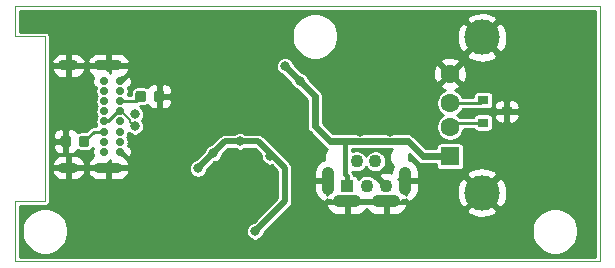
<source format=gbr>
G04 #@! TF.GenerationSoftware,KiCad,Pcbnew,(5.1.2)-1*
G04 #@! TF.CreationDate,2019-06-17T23:04:49-04:00*
G04 #@! TF.ProjectId,REV Type-C V2,52455620-5479-4706-952d-432056322e6b,rev?*
G04 #@! TF.SameCoordinates,Original*
G04 #@! TF.FileFunction,Copper,L2,Bot*
G04 #@! TF.FilePolarity,Positive*
%FSLAX46Y46*%
G04 Gerber Fmt 4.6, Leading zero omitted, Abs format (unit mm)*
G04 Created by KiCad (PCBNEW (5.1.2)-1) date 2019-06-17 23:04:49*
%MOMM*%
%LPD*%
G04 APERTURE LIST*
%ADD10C,0.050000*%
%ADD11C,0.100000*%
%ADD12C,0.875000*%
%ADD13C,1.600000*%
%ADD14R,1.600000X1.600000*%
%ADD15C,3.000000*%
%ADD16O,1.700000X0.900000*%
%ADD17O,2.400000X0.900000*%
%ADD18C,0.700000*%
%ADD19O,2.400000X1.100000*%
%ADD20O,1.100000X2.400000*%
%ADD21C,1.100000*%
%ADD22R,1.100000X1.100000*%
%ADD23C,2.800000*%
%ADD24C,0.500000*%
%ADD25C,2.000000*%
%ADD26R,0.900000X0.800000*%
%ADD27C,0.800000*%
%ADD28C,5.000000*%
%ADD29C,0.250000*%
%ADD30C,0.600000*%
%ADD31C,0.400000*%
%ADD32C,0.500000*%
%ADD33C,0.200000*%
%ADD34C,0.254000*%
G04 APERTURE END LIST*
D10*
X55880000Y-22860000D02*
X95250000Y-22860000D01*
X57150000Y-44450000D02*
X95250000Y-44450000D01*
X53340000Y-44450000D02*
X57150000Y-44450000D01*
X53340000Y-22860000D02*
X55880000Y-22860000D01*
X53340000Y-25400000D02*
X53340000Y-22860000D01*
X55880000Y-25400000D02*
X53340000Y-25400000D01*
X55880000Y-39370000D02*
X55880000Y-25400000D01*
X53340000Y-39370000D02*
X55880000Y-39370000D01*
X53340000Y-44450000D02*
X53340000Y-39370000D01*
X102870000Y-44450000D02*
X95250000Y-44450000D01*
X102870000Y-22860000D02*
X102870000Y-44450000D01*
X95250000Y-22860000D02*
X102870000Y-22860000D01*
D11*
G36*
X59447691Y-33816053D02*
G01*
X59468926Y-33819203D01*
X59489750Y-33824419D01*
X59509962Y-33831651D01*
X59529368Y-33840830D01*
X59547781Y-33851866D01*
X59565024Y-33864654D01*
X59580930Y-33879070D01*
X59595346Y-33894976D01*
X59608134Y-33912219D01*
X59619170Y-33930632D01*
X59628349Y-33950038D01*
X59635581Y-33970250D01*
X59640797Y-33991074D01*
X59643947Y-34012309D01*
X59645000Y-34033750D01*
X59645000Y-34546250D01*
X59643947Y-34567691D01*
X59640797Y-34588926D01*
X59635581Y-34609750D01*
X59628349Y-34629962D01*
X59619170Y-34649368D01*
X59608134Y-34667781D01*
X59595346Y-34685024D01*
X59580930Y-34700930D01*
X59565024Y-34715346D01*
X59547781Y-34728134D01*
X59529368Y-34739170D01*
X59509962Y-34748349D01*
X59489750Y-34755581D01*
X59468926Y-34760797D01*
X59447691Y-34763947D01*
X59426250Y-34765000D01*
X58988750Y-34765000D01*
X58967309Y-34763947D01*
X58946074Y-34760797D01*
X58925250Y-34755581D01*
X58905038Y-34748349D01*
X58885632Y-34739170D01*
X58867219Y-34728134D01*
X58849976Y-34715346D01*
X58834070Y-34700930D01*
X58819654Y-34685024D01*
X58806866Y-34667781D01*
X58795830Y-34649368D01*
X58786651Y-34629962D01*
X58779419Y-34609750D01*
X58774203Y-34588926D01*
X58771053Y-34567691D01*
X58770000Y-34546250D01*
X58770000Y-34033750D01*
X58771053Y-34012309D01*
X58774203Y-33991074D01*
X58779419Y-33970250D01*
X58786651Y-33950038D01*
X58795830Y-33930632D01*
X58806866Y-33912219D01*
X58819654Y-33894976D01*
X58834070Y-33879070D01*
X58849976Y-33864654D01*
X58867219Y-33851866D01*
X58885632Y-33840830D01*
X58905038Y-33831651D01*
X58925250Y-33824419D01*
X58946074Y-33819203D01*
X58967309Y-33816053D01*
X58988750Y-33815000D01*
X59426250Y-33815000D01*
X59447691Y-33816053D01*
X59447691Y-33816053D01*
G37*
D12*
X59207500Y-34290000D03*
D11*
G36*
X57872691Y-33816053D02*
G01*
X57893926Y-33819203D01*
X57914750Y-33824419D01*
X57934962Y-33831651D01*
X57954368Y-33840830D01*
X57972781Y-33851866D01*
X57990024Y-33864654D01*
X58005930Y-33879070D01*
X58020346Y-33894976D01*
X58033134Y-33912219D01*
X58044170Y-33930632D01*
X58053349Y-33950038D01*
X58060581Y-33970250D01*
X58065797Y-33991074D01*
X58068947Y-34012309D01*
X58070000Y-34033750D01*
X58070000Y-34546250D01*
X58068947Y-34567691D01*
X58065797Y-34588926D01*
X58060581Y-34609750D01*
X58053349Y-34629962D01*
X58044170Y-34649368D01*
X58033134Y-34667781D01*
X58020346Y-34685024D01*
X58005930Y-34700930D01*
X57990024Y-34715346D01*
X57972781Y-34728134D01*
X57954368Y-34739170D01*
X57934962Y-34748349D01*
X57914750Y-34755581D01*
X57893926Y-34760797D01*
X57872691Y-34763947D01*
X57851250Y-34765000D01*
X57413750Y-34765000D01*
X57392309Y-34763947D01*
X57371074Y-34760797D01*
X57350250Y-34755581D01*
X57330038Y-34748349D01*
X57310632Y-34739170D01*
X57292219Y-34728134D01*
X57274976Y-34715346D01*
X57259070Y-34700930D01*
X57244654Y-34685024D01*
X57231866Y-34667781D01*
X57220830Y-34649368D01*
X57211651Y-34629962D01*
X57204419Y-34609750D01*
X57199203Y-34588926D01*
X57196053Y-34567691D01*
X57195000Y-34546250D01*
X57195000Y-34033750D01*
X57196053Y-34012309D01*
X57199203Y-33991074D01*
X57204419Y-33970250D01*
X57211651Y-33950038D01*
X57220830Y-33930632D01*
X57231866Y-33912219D01*
X57244654Y-33894976D01*
X57259070Y-33879070D01*
X57274976Y-33864654D01*
X57292219Y-33851866D01*
X57310632Y-33840830D01*
X57330038Y-33831651D01*
X57350250Y-33824419D01*
X57371074Y-33819203D01*
X57392309Y-33816053D01*
X57413750Y-33815000D01*
X57851250Y-33815000D01*
X57872691Y-33816053D01*
X57872691Y-33816053D01*
G37*
D12*
X57632500Y-34290000D03*
D11*
G36*
X64222691Y-30006053D02*
G01*
X64243926Y-30009203D01*
X64264750Y-30014419D01*
X64284962Y-30021651D01*
X64304368Y-30030830D01*
X64322781Y-30041866D01*
X64340024Y-30054654D01*
X64355930Y-30069070D01*
X64370346Y-30084976D01*
X64383134Y-30102219D01*
X64394170Y-30120632D01*
X64403349Y-30140038D01*
X64410581Y-30160250D01*
X64415797Y-30181074D01*
X64418947Y-30202309D01*
X64420000Y-30223750D01*
X64420000Y-30736250D01*
X64418947Y-30757691D01*
X64415797Y-30778926D01*
X64410581Y-30799750D01*
X64403349Y-30819962D01*
X64394170Y-30839368D01*
X64383134Y-30857781D01*
X64370346Y-30875024D01*
X64355930Y-30890930D01*
X64340024Y-30905346D01*
X64322781Y-30918134D01*
X64304368Y-30929170D01*
X64284962Y-30938349D01*
X64264750Y-30945581D01*
X64243926Y-30950797D01*
X64222691Y-30953947D01*
X64201250Y-30955000D01*
X63763750Y-30955000D01*
X63742309Y-30953947D01*
X63721074Y-30950797D01*
X63700250Y-30945581D01*
X63680038Y-30938349D01*
X63660632Y-30929170D01*
X63642219Y-30918134D01*
X63624976Y-30905346D01*
X63609070Y-30890930D01*
X63594654Y-30875024D01*
X63581866Y-30857781D01*
X63570830Y-30839368D01*
X63561651Y-30819962D01*
X63554419Y-30799750D01*
X63549203Y-30778926D01*
X63546053Y-30757691D01*
X63545000Y-30736250D01*
X63545000Y-30223750D01*
X63546053Y-30202309D01*
X63549203Y-30181074D01*
X63554419Y-30160250D01*
X63561651Y-30140038D01*
X63570830Y-30120632D01*
X63581866Y-30102219D01*
X63594654Y-30084976D01*
X63609070Y-30069070D01*
X63624976Y-30054654D01*
X63642219Y-30041866D01*
X63660632Y-30030830D01*
X63680038Y-30021651D01*
X63700250Y-30014419D01*
X63721074Y-30009203D01*
X63742309Y-30006053D01*
X63763750Y-30005000D01*
X64201250Y-30005000D01*
X64222691Y-30006053D01*
X64222691Y-30006053D01*
G37*
D12*
X63982500Y-30480000D03*
D11*
G36*
X65797691Y-30006053D02*
G01*
X65818926Y-30009203D01*
X65839750Y-30014419D01*
X65859962Y-30021651D01*
X65879368Y-30030830D01*
X65897781Y-30041866D01*
X65915024Y-30054654D01*
X65930930Y-30069070D01*
X65945346Y-30084976D01*
X65958134Y-30102219D01*
X65969170Y-30120632D01*
X65978349Y-30140038D01*
X65985581Y-30160250D01*
X65990797Y-30181074D01*
X65993947Y-30202309D01*
X65995000Y-30223750D01*
X65995000Y-30736250D01*
X65993947Y-30757691D01*
X65990797Y-30778926D01*
X65985581Y-30799750D01*
X65978349Y-30819962D01*
X65969170Y-30839368D01*
X65958134Y-30857781D01*
X65945346Y-30875024D01*
X65930930Y-30890930D01*
X65915024Y-30905346D01*
X65897781Y-30918134D01*
X65879368Y-30929170D01*
X65859962Y-30938349D01*
X65839750Y-30945581D01*
X65818926Y-30950797D01*
X65797691Y-30953947D01*
X65776250Y-30955000D01*
X65338750Y-30955000D01*
X65317309Y-30953947D01*
X65296074Y-30950797D01*
X65275250Y-30945581D01*
X65255038Y-30938349D01*
X65235632Y-30929170D01*
X65217219Y-30918134D01*
X65199976Y-30905346D01*
X65184070Y-30890930D01*
X65169654Y-30875024D01*
X65156866Y-30857781D01*
X65145830Y-30839368D01*
X65136651Y-30819962D01*
X65129419Y-30799750D01*
X65124203Y-30778926D01*
X65121053Y-30757691D01*
X65120000Y-30736250D01*
X65120000Y-30223750D01*
X65121053Y-30202309D01*
X65124203Y-30181074D01*
X65129419Y-30160250D01*
X65136651Y-30140038D01*
X65145830Y-30120632D01*
X65156866Y-30102219D01*
X65169654Y-30084976D01*
X65184070Y-30069070D01*
X65199976Y-30054654D01*
X65217219Y-30041866D01*
X65235632Y-30030830D01*
X65255038Y-30021651D01*
X65275250Y-30014419D01*
X65296074Y-30009203D01*
X65317309Y-30006053D01*
X65338750Y-30005000D01*
X65776250Y-30005000D01*
X65797691Y-30006053D01*
X65797691Y-30006053D01*
G37*
D12*
X65557500Y-30480000D03*
D13*
X90170000Y-28560000D03*
X90170000Y-31060000D03*
X90170000Y-33060000D03*
D14*
X90170000Y-35560000D03*
D15*
X92880000Y-38630000D03*
X92880000Y-25490000D03*
D16*
X57870000Y-36510000D03*
X57870000Y-27860000D03*
D17*
X61250000Y-36510000D03*
X61250000Y-27860000D03*
D18*
X60880000Y-32610000D03*
X60880000Y-35160000D03*
X60880000Y-34310000D03*
X60880000Y-33460000D03*
X60880000Y-29210000D03*
X60880000Y-30910000D03*
X60880000Y-31760000D03*
X60880000Y-30060000D03*
X62230000Y-35160000D03*
X62230000Y-34310000D03*
X62230000Y-33460000D03*
X62230000Y-32610000D03*
X62230000Y-31760000D03*
X62230000Y-30910000D03*
X62230000Y-30060000D03*
X62230000Y-29210000D03*
D19*
X84760000Y-39370000D03*
X81460000Y-39370000D03*
D20*
X86360000Y-37620000D03*
X79860000Y-37620000D03*
D21*
X84760000Y-38045000D03*
X83860000Y-35995000D03*
X83110000Y-38045000D03*
X82260000Y-35995000D03*
D22*
X81460000Y-38045000D03*
D11*
G36*
X72414504Y-35944807D02*
G01*
X72438773Y-35948407D01*
X72462571Y-35954368D01*
X72485671Y-35962633D01*
X72507849Y-35973123D01*
X72528893Y-35985736D01*
X72548598Y-36000350D01*
X72566777Y-36016826D01*
X74193123Y-37643172D01*
X74209599Y-37661351D01*
X74224213Y-37681056D01*
X74236826Y-37702100D01*
X74247316Y-37724278D01*
X74255581Y-37747378D01*
X74261542Y-37771176D01*
X74265142Y-37795445D01*
X74266346Y-37819949D01*
X74265142Y-37844453D01*
X74261542Y-37868722D01*
X74255581Y-37892520D01*
X74247316Y-37915620D01*
X74236826Y-37937798D01*
X74224213Y-37958842D01*
X74209599Y-37978547D01*
X74193123Y-37996726D01*
X72566777Y-39623072D01*
X72548598Y-39639548D01*
X72528893Y-39654162D01*
X72507849Y-39666775D01*
X72485671Y-39677265D01*
X72462571Y-39685530D01*
X72438773Y-39691491D01*
X72414504Y-39695091D01*
X72390000Y-39696295D01*
X72365496Y-39695091D01*
X72341227Y-39691491D01*
X72317429Y-39685530D01*
X72294329Y-39677265D01*
X72272151Y-39666775D01*
X72251107Y-39654162D01*
X72231402Y-39639548D01*
X72213223Y-39623072D01*
X70586877Y-37996726D01*
X70570401Y-37978547D01*
X70555787Y-37958842D01*
X70543174Y-37937798D01*
X70532684Y-37915620D01*
X70524419Y-37892520D01*
X70518458Y-37868722D01*
X70514858Y-37844453D01*
X70513654Y-37819949D01*
X70514858Y-37795445D01*
X70518458Y-37771176D01*
X70524419Y-37747378D01*
X70532684Y-37724278D01*
X70543174Y-37702100D01*
X70555787Y-37681056D01*
X70570401Y-37661351D01*
X70586877Y-37643172D01*
X72213223Y-36016826D01*
X72231402Y-36000350D01*
X72251107Y-35985736D01*
X72272151Y-35973123D01*
X72294329Y-35962633D01*
X72317429Y-35954368D01*
X72341227Y-35948407D01*
X72365496Y-35944807D01*
X72390000Y-35943603D01*
X72414504Y-35944807D01*
X72414504Y-35944807D01*
G37*
D23*
X72390000Y-37819949D03*
D24*
X72390000Y-36193603D03*
X73203173Y-37006776D03*
X74016346Y-37819949D03*
X71576827Y-37006776D03*
D25*
X72390000Y-37819949D03*
D24*
X73203173Y-38633122D03*
X70763654Y-37819949D03*
X71576827Y-38633122D03*
X72390000Y-39446295D03*
D26*
X94980000Y-31750000D03*
X92980000Y-30800000D03*
X92980000Y-32700000D03*
D27*
X82550000Y-33520000D03*
X85090000Y-33520000D03*
X87630000Y-33520000D03*
X69850000Y-41910000D03*
X67310000Y-30480000D03*
X68580000Y-30480000D03*
X67310000Y-31750000D03*
X73660000Y-24630000D03*
X72390000Y-24630000D03*
X74930000Y-24630000D03*
X73660000Y-43180000D03*
X68580000Y-43180000D03*
X67310000Y-41910000D03*
X76200000Y-43180000D03*
X78740000Y-43180000D03*
X81280000Y-43180000D03*
X83820000Y-43180000D03*
X86360000Y-43180000D03*
X88900000Y-41910000D03*
X89150000Y-39370000D03*
X82550000Y-30480000D03*
X85090000Y-30480000D03*
X87630000Y-30480000D03*
X64770000Y-35560000D03*
X64770000Y-36830000D03*
X64770000Y-38100000D03*
X67310000Y-35560000D03*
X76200000Y-27940000D03*
X77470000Y-29210000D03*
X73660000Y-41910000D03*
X74930000Y-35560000D03*
X70100000Y-35310000D03*
X68830000Y-36580000D03*
X72390000Y-34290000D03*
X63500000Y-33020000D03*
X63500000Y-32000000D03*
D28*
X72390000Y-37819949D02*
X70839949Y-39370000D01*
D29*
X70839949Y-39370000D02*
X69850000Y-39370000D01*
D30*
X78740000Y-30480000D02*
X78740000Y-33020000D01*
X78740000Y-33020000D02*
X80010000Y-34290000D01*
X76200000Y-27940000D02*
X78740000Y-30480000D01*
X83820000Y-34290000D02*
X86580000Y-34290000D01*
D29*
X60875861Y-34205861D02*
X60960000Y-34290000D01*
D30*
X87850000Y-35560000D02*
X90170000Y-35560000D01*
X86580000Y-34290000D02*
X87850000Y-35560000D01*
D31*
X81460000Y-37245000D02*
X81460000Y-38045000D01*
D29*
X81280000Y-37065000D02*
X81460000Y-37245000D01*
D30*
X81280000Y-34290000D02*
X83820000Y-34290000D01*
X80010000Y-34290000D02*
X81280000Y-34290000D01*
D31*
X81280000Y-34290000D02*
X81280000Y-37065000D01*
D32*
X68830000Y-36580000D02*
X70100000Y-35310000D01*
X70100000Y-35310000D02*
X71120000Y-34290000D01*
X71120000Y-34290000D02*
X72390000Y-34290000D01*
X73930000Y-34290000D02*
X75700000Y-36060000D01*
X72390000Y-34290000D02*
X73930000Y-34290000D01*
X76200000Y-36560000D02*
X75700000Y-36060000D01*
X73660000Y-41910000D02*
X76200000Y-39370000D01*
X76200000Y-39370000D02*
X76200000Y-36560000D01*
D29*
X92980000Y-32700000D02*
X90530000Y-32700000D01*
X92720000Y-31060000D02*
X92980000Y-30800000D01*
X90170000Y-31060000D02*
X92720000Y-31060000D01*
X62080998Y-31760000D02*
X62230000Y-31760000D01*
X61230998Y-32610000D02*
X62080998Y-31760000D01*
X60880000Y-32610000D02*
X61230998Y-32610000D01*
D33*
X63100001Y-32620001D02*
X63500000Y-33020000D01*
X63100001Y-32517999D02*
X63100001Y-32620001D01*
X62342002Y-31760000D02*
X63100001Y-32517999D01*
X62230000Y-31760000D02*
X62342002Y-31760000D01*
D29*
X60037500Y-33460000D02*
X59207500Y-34290000D01*
X60880000Y-33460000D02*
X60037500Y-33460000D01*
X63552500Y-30910000D02*
X63982500Y-30480000D01*
X62230000Y-30910000D02*
X63552500Y-30910000D01*
D34*
G36*
X102464001Y-44044000D02*
G01*
X53746000Y-44044000D01*
X53746000Y-41714889D01*
X53899000Y-41714889D01*
X53899000Y-42105111D01*
X53975129Y-42487836D01*
X54124461Y-42848355D01*
X54341257Y-43172814D01*
X54617186Y-43448743D01*
X54941645Y-43665539D01*
X55302164Y-43814871D01*
X55684889Y-43891000D01*
X56075111Y-43891000D01*
X56457836Y-43814871D01*
X56818355Y-43665539D01*
X57142814Y-43448743D01*
X57418743Y-43172814D01*
X57635539Y-42848355D01*
X57784871Y-42487836D01*
X57861000Y-42105111D01*
X57861000Y-41714889D01*
X57784871Y-41332164D01*
X57635539Y-40971645D01*
X57418743Y-40647186D01*
X57142814Y-40371257D01*
X56818355Y-40154461D01*
X56457836Y-40005129D01*
X56075111Y-39929000D01*
X55684889Y-39929000D01*
X55302164Y-40005129D01*
X54941645Y-40154461D01*
X54617186Y-40371257D01*
X54341257Y-40647186D01*
X54124461Y-40971645D01*
X53975129Y-41332164D01*
X53899000Y-41714889D01*
X53746000Y-41714889D01*
X53746000Y-39776000D01*
X55860059Y-39776000D01*
X55880000Y-39777964D01*
X55899940Y-39776000D01*
X55899941Y-39776000D01*
X55959590Y-39770125D01*
X56036121Y-39746910D01*
X56106653Y-39709210D01*
X56168474Y-39658474D01*
X56219210Y-39596653D01*
X56256910Y-39526121D01*
X56280125Y-39449590D01*
X56287964Y-39370000D01*
X56286000Y-39350059D01*
X56286000Y-37819949D01*
X69772029Y-37819949D01*
X69784290Y-37944430D01*
X69820599Y-38064129D01*
X69879563Y-38174443D01*
X69958916Y-38271134D01*
X70748982Y-39056856D01*
X70795447Y-39056856D01*
X70890145Y-39198179D01*
X71013577Y-39321287D01*
X71153093Y-39414244D01*
X71153093Y-39460967D01*
X71938815Y-40251033D01*
X72035506Y-40330386D01*
X72145820Y-40389350D01*
X72265519Y-40425659D01*
X72390000Y-40437920D01*
X72514481Y-40425659D01*
X72634180Y-40389350D01*
X72744494Y-40330386D01*
X72841185Y-40251033D01*
X73626907Y-39460967D01*
X73626907Y-39414502D01*
X73768230Y-39319804D01*
X73891338Y-39196372D01*
X73984295Y-39056856D01*
X74031018Y-39056856D01*
X74821084Y-38271134D01*
X74900437Y-38174443D01*
X74959401Y-38064129D01*
X74995710Y-37944430D01*
X75007971Y-37819949D01*
X74995710Y-37695468D01*
X74959401Y-37575769D01*
X74900437Y-37465455D01*
X74821084Y-37368764D01*
X74031018Y-36583042D01*
X73984553Y-36583042D01*
X73889855Y-36441719D01*
X73766423Y-36318611D01*
X73626907Y-36225654D01*
X73626907Y-36178931D01*
X72841185Y-35388865D01*
X72744494Y-35309512D01*
X72634180Y-35250548D01*
X72514481Y-35214239D01*
X72390000Y-35201978D01*
X72265519Y-35214239D01*
X72145820Y-35250548D01*
X72035506Y-35309512D01*
X71938815Y-35388865D01*
X71153093Y-36178931D01*
X71153093Y-36225396D01*
X71011770Y-36320094D01*
X70888662Y-36443526D01*
X70795705Y-36583042D01*
X70748982Y-36583042D01*
X69958916Y-37368764D01*
X69879563Y-37465455D01*
X69820599Y-37575769D01*
X69784290Y-37695468D01*
X69772029Y-37819949D01*
X56286000Y-37819949D01*
X56286000Y-36804001D01*
X56425592Y-36804001D01*
X56497298Y-37007197D01*
X56612986Y-37187408D01*
X56761609Y-37341587D01*
X56937455Y-37463809D01*
X57133767Y-37549376D01*
X57343000Y-37595000D01*
X57743000Y-37595000D01*
X57743000Y-36637000D01*
X57997000Y-36637000D01*
X57997000Y-37595000D01*
X58397000Y-37595000D01*
X58606233Y-37549376D01*
X58802545Y-37463809D01*
X58978391Y-37341587D01*
X59127014Y-37187408D01*
X59242702Y-37007197D01*
X59314408Y-36804001D01*
X59455592Y-36804001D01*
X59527298Y-37007197D01*
X59642986Y-37187408D01*
X59791609Y-37341587D01*
X59967455Y-37463809D01*
X60163767Y-37549376D01*
X60373000Y-37595000D01*
X61123000Y-37595000D01*
X61123000Y-36637000D01*
X61377000Y-36637000D01*
X61377000Y-37595000D01*
X62127000Y-37595000D01*
X62336233Y-37549376D01*
X62532545Y-37463809D01*
X62708391Y-37341587D01*
X62857014Y-37187408D01*
X62972702Y-37007197D01*
X63044408Y-36804001D01*
X62917502Y-36637000D01*
X61377000Y-36637000D01*
X61123000Y-36637000D01*
X59582498Y-36637000D01*
X59455592Y-36804001D01*
X59314408Y-36804001D01*
X59187502Y-36637000D01*
X57997000Y-36637000D01*
X57743000Y-36637000D01*
X56552498Y-36637000D01*
X56425592Y-36804001D01*
X56286000Y-36804001D01*
X56286000Y-36503078D01*
X68049000Y-36503078D01*
X68049000Y-36656922D01*
X68079013Y-36807809D01*
X68137887Y-36949942D01*
X68223358Y-37077859D01*
X68332141Y-37186642D01*
X68460058Y-37272113D01*
X68602191Y-37330987D01*
X68753078Y-37361000D01*
X68906922Y-37361000D01*
X69057809Y-37330987D01*
X69199942Y-37272113D01*
X69327859Y-37186642D01*
X69436642Y-37077859D01*
X69522113Y-36949942D01*
X69580987Y-36807809D01*
X69602447Y-36699921D01*
X70219922Y-36082447D01*
X70327809Y-36060987D01*
X70469942Y-36002113D01*
X70597859Y-35916642D01*
X70706642Y-35807859D01*
X70792113Y-35679942D01*
X70850987Y-35537809D01*
X70872447Y-35429921D01*
X71381369Y-34921000D01*
X71928595Y-34921000D01*
X72020058Y-34982113D01*
X72162191Y-35040987D01*
X72313078Y-35071000D01*
X72466922Y-35071000D01*
X72617809Y-35040987D01*
X72759942Y-34982113D01*
X72851405Y-34921000D01*
X73668632Y-34921000D01*
X74162556Y-35414925D01*
X74149000Y-35483078D01*
X74149000Y-35636922D01*
X74179013Y-35787809D01*
X74237887Y-35929942D01*
X74323358Y-36057859D01*
X74432141Y-36166642D01*
X74560058Y-36252113D01*
X74702191Y-36310987D01*
X74853078Y-36341000D01*
X75006922Y-36341000D01*
X75075075Y-36327444D01*
X75275734Y-36528103D01*
X75275739Y-36528107D01*
X75569001Y-36821370D01*
X75569000Y-39108632D01*
X73540079Y-41137553D01*
X73432191Y-41159013D01*
X73290058Y-41217887D01*
X73162141Y-41303358D01*
X73053358Y-41412141D01*
X72967887Y-41540058D01*
X72909013Y-41682191D01*
X72879000Y-41833078D01*
X72879000Y-41986922D01*
X72909013Y-42137809D01*
X72967887Y-42279942D01*
X73053358Y-42407859D01*
X73162141Y-42516642D01*
X73290058Y-42602113D01*
X73432191Y-42660987D01*
X73583078Y-42691000D01*
X73736922Y-42691000D01*
X73887809Y-42660987D01*
X74029942Y-42602113D01*
X74157859Y-42516642D01*
X74266642Y-42407859D01*
X74352113Y-42279942D01*
X74410987Y-42137809D01*
X74432447Y-42029921D01*
X74747479Y-41714889D01*
X97079000Y-41714889D01*
X97079000Y-42105111D01*
X97155129Y-42487836D01*
X97304461Y-42848355D01*
X97521257Y-43172814D01*
X97797186Y-43448743D01*
X98121645Y-43665539D01*
X98482164Y-43814871D01*
X98864889Y-43891000D01*
X99255111Y-43891000D01*
X99637836Y-43814871D01*
X99998355Y-43665539D01*
X100322814Y-43448743D01*
X100598743Y-43172814D01*
X100815539Y-42848355D01*
X100964871Y-42487836D01*
X101041000Y-42105111D01*
X101041000Y-41714889D01*
X100964871Y-41332164D01*
X100815539Y-40971645D01*
X100598743Y-40647186D01*
X100322814Y-40371257D01*
X99998355Y-40154461D01*
X99637836Y-40005129D01*
X99255111Y-39929000D01*
X98864889Y-39929000D01*
X98482164Y-40005129D01*
X98121645Y-40154461D01*
X97797186Y-40371257D01*
X97521257Y-40647186D01*
X97304461Y-40971645D01*
X97155129Y-41332164D01*
X97079000Y-41714889D01*
X74747479Y-41714889D01*
X76624264Y-39838104D01*
X76648343Y-39818343D01*
X76727196Y-39722261D01*
X76749921Y-39679744D01*
X79666197Y-39679744D01*
X79666601Y-39706147D01*
X79754150Y-39922754D01*
X79882275Y-40118119D01*
X80046052Y-40284734D01*
X80239187Y-40416196D01*
X80454258Y-40507454D01*
X80683000Y-40555000D01*
X81333000Y-40555000D01*
X81333000Y-39497000D01*
X81587000Y-39497000D01*
X81587000Y-40555000D01*
X82237000Y-40555000D01*
X82465742Y-40507454D01*
X82680813Y-40416196D01*
X82873948Y-40284734D01*
X83037725Y-40118119D01*
X83110000Y-40007914D01*
X83182275Y-40118119D01*
X83346052Y-40284734D01*
X83539187Y-40416196D01*
X83754258Y-40507454D01*
X83983000Y-40555000D01*
X84633000Y-40555000D01*
X84633000Y-39497000D01*
X84887000Y-39497000D01*
X84887000Y-40555000D01*
X85537000Y-40555000D01*
X85765742Y-40507454D01*
X85980813Y-40416196D01*
X86173948Y-40284734D01*
X86334251Y-40121653D01*
X91567952Y-40121653D01*
X91723962Y-40437214D01*
X92098745Y-40628020D01*
X92503551Y-40742044D01*
X92922824Y-40774902D01*
X93340451Y-40725334D01*
X93740383Y-40595243D01*
X94036038Y-40437214D01*
X94192048Y-40121653D01*
X92880000Y-38809605D01*
X91567952Y-40121653D01*
X86334251Y-40121653D01*
X86337725Y-40118119D01*
X86465850Y-39922754D01*
X86553399Y-39706147D01*
X86553803Y-39679744D01*
X86428361Y-39497000D01*
X84887000Y-39497000D01*
X84633000Y-39497000D01*
X81587000Y-39497000D01*
X81333000Y-39497000D01*
X79791639Y-39497000D01*
X79666197Y-39679744D01*
X76749921Y-39679744D01*
X76785789Y-39612642D01*
X76821870Y-39493698D01*
X76831000Y-39400998D01*
X76831000Y-39400989D01*
X76834052Y-39370001D01*
X76831000Y-39339013D01*
X76831000Y-36590990D01*
X76834052Y-36560000D01*
X76831000Y-36529009D01*
X76831000Y-36529002D01*
X76821870Y-36436302D01*
X76785789Y-36317358D01*
X76727196Y-36207739D01*
X76714448Y-36192206D01*
X76668103Y-36135734D01*
X76668101Y-36135732D01*
X76648343Y-36111657D01*
X76624268Y-36091899D01*
X76168107Y-35635739D01*
X76168103Y-35635734D01*
X74398105Y-33865737D01*
X74378343Y-33841657D01*
X74282261Y-33762804D01*
X74172642Y-33704211D01*
X74053698Y-33668130D01*
X73960998Y-33659000D01*
X73960990Y-33659000D01*
X73930000Y-33655948D01*
X73899010Y-33659000D01*
X72851405Y-33659000D01*
X72759942Y-33597887D01*
X72617809Y-33539013D01*
X72466922Y-33509000D01*
X72313078Y-33509000D01*
X72162191Y-33539013D01*
X72020058Y-33597887D01*
X71928595Y-33659000D01*
X71150990Y-33659000D01*
X71120000Y-33655948D01*
X71089009Y-33659000D01*
X71089002Y-33659000D01*
X70996302Y-33668130D01*
X70877358Y-33704211D01*
X70767739Y-33762804D01*
X70706767Y-33812843D01*
X70671657Y-33841657D01*
X70651899Y-33865732D01*
X69980079Y-34537553D01*
X69872191Y-34559013D01*
X69730058Y-34617887D01*
X69602141Y-34703358D01*
X69493358Y-34812141D01*
X69407887Y-34940058D01*
X69349013Y-35082191D01*
X69327553Y-35190078D01*
X68710079Y-35807553D01*
X68602191Y-35829013D01*
X68460058Y-35887887D01*
X68332141Y-35973358D01*
X68223358Y-36082141D01*
X68137887Y-36210058D01*
X68079013Y-36352191D01*
X68049000Y-36503078D01*
X56286000Y-36503078D01*
X56286000Y-36215999D01*
X56425592Y-36215999D01*
X56552498Y-36383000D01*
X57743000Y-36383000D01*
X57743000Y-35425000D01*
X57997000Y-35425000D01*
X57997000Y-36383000D01*
X59187502Y-36383000D01*
X59314408Y-36215999D01*
X59242702Y-36012803D01*
X59127014Y-35832592D01*
X58978391Y-35678413D01*
X58802545Y-35556191D01*
X58606233Y-35470624D01*
X58397000Y-35425000D01*
X57997000Y-35425000D01*
X57743000Y-35425000D01*
X57343000Y-35425000D01*
X57133767Y-35470624D01*
X56937455Y-35556191D01*
X56761609Y-35678413D01*
X56612986Y-35832592D01*
X56497298Y-36012803D01*
X56425592Y-36215999D01*
X56286000Y-36215999D01*
X56286000Y-34765000D01*
X56556928Y-34765000D01*
X56569188Y-34889482D01*
X56605498Y-35009180D01*
X56664463Y-35119494D01*
X56743815Y-35216185D01*
X56840506Y-35295537D01*
X56950820Y-35354502D01*
X57070518Y-35390812D01*
X57195000Y-35403072D01*
X57346750Y-35400000D01*
X57505500Y-35241250D01*
X57505500Y-34417000D01*
X56718750Y-34417000D01*
X56560000Y-34575750D01*
X56556928Y-34765000D01*
X56286000Y-34765000D01*
X56286000Y-33815000D01*
X56556928Y-33815000D01*
X56560000Y-34004250D01*
X56718750Y-34163000D01*
X57505500Y-34163000D01*
X57505500Y-33338750D01*
X57759500Y-33338750D01*
X57759500Y-34163000D01*
X57779500Y-34163000D01*
X57779500Y-34417000D01*
X57759500Y-34417000D01*
X57759500Y-35241250D01*
X57918250Y-35400000D01*
X58070000Y-35403072D01*
X58194482Y-35390812D01*
X58314180Y-35354502D01*
X58424494Y-35295537D01*
X58521185Y-35216185D01*
X58600537Y-35119494D01*
X58644134Y-35037930D01*
X58654523Y-35046456D01*
X58758530Y-35102049D01*
X58871385Y-35136284D01*
X58988750Y-35147843D01*
X59426250Y-35147843D01*
X59543615Y-35136284D01*
X59656470Y-35102049D01*
X59760477Y-35046456D01*
X59851640Y-34971640D01*
X59926456Y-34880477D01*
X59936774Y-34861173D01*
X59935411Y-34864384D01*
X59895890Y-35054344D01*
X59894187Y-35248364D01*
X59930368Y-35438989D01*
X59976178Y-35552389D01*
X59967455Y-35556191D01*
X59791609Y-35678413D01*
X59642986Y-35832592D01*
X59527298Y-36012803D01*
X59455592Y-36215999D01*
X59582498Y-36383000D01*
X61123000Y-36383000D01*
X61123000Y-36116463D01*
X61158989Y-36109632D01*
X61338893Y-36036957D01*
X61354216Y-36028767D01*
X61370912Y-35830520D01*
X61377000Y-35836608D01*
X61377000Y-36383000D01*
X62917502Y-36383000D01*
X63044408Y-36215999D01*
X62972702Y-36012803D01*
X62857014Y-35832592D01*
X62708391Y-35678413D01*
X62532545Y-35556191D01*
X62380170Y-35489775D01*
X62230000Y-35339605D01*
X62215858Y-35353748D01*
X62036253Y-35174143D01*
X62050395Y-35160000D01*
X62036253Y-35145858D01*
X62143913Y-35038197D01*
X62158003Y-35041000D01*
X62301997Y-35041000D01*
X62316087Y-35038197D01*
X62423748Y-35145858D01*
X62409605Y-35160000D01*
X62900517Y-35650912D01*
X63098767Y-35634216D01*
X63174589Y-35455616D01*
X63214110Y-35265656D01*
X63215813Y-35071636D01*
X63179632Y-34881011D01*
X63106957Y-34701107D01*
X63098767Y-34685784D01*
X62900520Y-34669088D01*
X63019239Y-34550369D01*
X62942728Y-34473858D01*
X62961000Y-34381997D01*
X62961000Y-34238003D01*
X62932908Y-34096775D01*
X62877804Y-33963742D01*
X62825190Y-33885000D01*
X62877804Y-33806258D01*
X62932908Y-33673225D01*
X62952123Y-33576624D01*
X63002141Y-33626642D01*
X63130058Y-33712113D01*
X63272191Y-33770987D01*
X63423078Y-33801000D01*
X63576922Y-33801000D01*
X63727809Y-33770987D01*
X63869942Y-33712113D01*
X63997859Y-33626642D01*
X64106642Y-33517859D01*
X64192113Y-33389942D01*
X64250987Y-33247809D01*
X64281000Y-33096922D01*
X64281000Y-32943078D01*
X64250987Y-32792191D01*
X64192113Y-32650058D01*
X64106642Y-32522141D01*
X64094501Y-32510000D01*
X64106642Y-32497859D01*
X64192113Y-32369942D01*
X64250987Y-32227809D01*
X64281000Y-32076922D01*
X64281000Y-31923078D01*
X64250987Y-31772191D01*
X64192113Y-31630058D01*
X64106642Y-31502141D01*
X63997859Y-31393358D01*
X63914775Y-31337843D01*
X64201250Y-31337843D01*
X64318615Y-31326284D01*
X64431470Y-31292049D01*
X64535477Y-31236456D01*
X64545866Y-31227930D01*
X64589463Y-31309494D01*
X64668815Y-31406185D01*
X64765506Y-31485537D01*
X64875820Y-31544502D01*
X64995518Y-31580812D01*
X65120000Y-31593072D01*
X65271750Y-31590000D01*
X65430500Y-31431250D01*
X65430500Y-30607000D01*
X65684500Y-30607000D01*
X65684500Y-31431250D01*
X65843250Y-31590000D01*
X65995000Y-31593072D01*
X66119482Y-31580812D01*
X66239180Y-31544502D01*
X66349494Y-31485537D01*
X66446185Y-31406185D01*
X66525537Y-31309494D01*
X66584502Y-31199180D01*
X66620812Y-31079482D01*
X66633072Y-30955000D01*
X66630000Y-30765750D01*
X66471250Y-30607000D01*
X65684500Y-30607000D01*
X65430500Y-30607000D01*
X65410500Y-30607000D01*
X65410500Y-30353000D01*
X65430500Y-30353000D01*
X65430500Y-29528750D01*
X65684500Y-29528750D01*
X65684500Y-30353000D01*
X66471250Y-30353000D01*
X66630000Y-30194250D01*
X66633072Y-30005000D01*
X66620812Y-29880518D01*
X66584502Y-29760820D01*
X66525537Y-29650506D01*
X66446185Y-29553815D01*
X66349494Y-29474463D01*
X66239180Y-29415498D01*
X66119482Y-29379188D01*
X65995000Y-29366928D01*
X65843250Y-29370000D01*
X65684500Y-29528750D01*
X65430500Y-29528750D01*
X65271750Y-29370000D01*
X65120000Y-29366928D01*
X64995518Y-29379188D01*
X64875820Y-29415498D01*
X64765506Y-29474463D01*
X64668815Y-29553815D01*
X64589463Y-29650506D01*
X64545866Y-29732070D01*
X64535477Y-29723544D01*
X64431470Y-29667951D01*
X64318615Y-29633716D01*
X64201250Y-29622157D01*
X63763750Y-29622157D01*
X63646385Y-29633716D01*
X63533530Y-29667951D01*
X63429523Y-29723544D01*
X63338360Y-29798360D01*
X63263544Y-29889523D01*
X63207951Y-29993530D01*
X63173716Y-30106385D01*
X63162157Y-30223750D01*
X63162157Y-30404000D01*
X62878739Y-30404000D01*
X62932908Y-30273225D01*
X62961000Y-30131997D01*
X62961000Y-29988003D01*
X62942728Y-29896142D01*
X63019239Y-29819631D01*
X62900520Y-29700912D01*
X63098767Y-29684216D01*
X63174589Y-29505616D01*
X63214110Y-29315656D01*
X63215813Y-29121636D01*
X63179632Y-28931011D01*
X63106957Y-28751107D01*
X63098767Y-28735784D01*
X62900517Y-28719088D01*
X62409605Y-29210000D01*
X62423748Y-29224143D01*
X62316087Y-29331803D01*
X62301997Y-29329000D01*
X62158003Y-29329000D01*
X62143913Y-29331803D01*
X62036253Y-29224143D01*
X62050395Y-29210000D01*
X62036253Y-29195858D01*
X62215858Y-29016253D01*
X62230000Y-29030395D01*
X62380170Y-28880225D01*
X62532545Y-28813809D01*
X62708391Y-28691587D01*
X62857014Y-28537408D01*
X62972702Y-28357197D01*
X63044408Y-28154001D01*
X62917502Y-27987000D01*
X61377000Y-27987000D01*
X61377000Y-28533392D01*
X61370912Y-28539480D01*
X61354216Y-28341233D01*
X61175616Y-28265411D01*
X61123000Y-28254464D01*
X61123000Y-27987000D01*
X59582498Y-27987000D01*
X59455592Y-28154001D01*
X59527298Y-28357197D01*
X59642986Y-28537408D01*
X59791609Y-28691587D01*
X59967455Y-28813809D01*
X59976445Y-28817728D01*
X59935411Y-28914384D01*
X59895890Y-29104344D01*
X59894187Y-29298364D01*
X59930368Y-29488989D01*
X60003043Y-29668893D01*
X60011233Y-29684216D01*
X60209480Y-29700912D01*
X60090761Y-29819631D01*
X60167272Y-29896142D01*
X60149000Y-29988003D01*
X60149000Y-30131997D01*
X60177092Y-30273225D01*
X60232196Y-30406258D01*
X60284810Y-30485000D01*
X60232196Y-30563742D01*
X60177092Y-30696775D01*
X60149000Y-30838003D01*
X60149000Y-30981997D01*
X60177092Y-31123225D01*
X60232196Y-31256258D01*
X60284810Y-31335000D01*
X60232196Y-31413742D01*
X60177092Y-31546775D01*
X60149000Y-31688003D01*
X60149000Y-31831997D01*
X60177092Y-31973225D01*
X60232196Y-32106258D01*
X60284810Y-32185000D01*
X60232196Y-32263742D01*
X60177092Y-32396775D01*
X60149000Y-32538003D01*
X60149000Y-32681997D01*
X60177092Y-32823225D01*
X60231261Y-32954000D01*
X60062345Y-32954000D01*
X60037499Y-32951553D01*
X60012653Y-32954000D01*
X60012646Y-32954000D01*
X59948194Y-32960348D01*
X59938306Y-32961322D01*
X59927718Y-32964534D01*
X59842925Y-32990255D01*
X59755021Y-33037241D01*
X59677973Y-33100473D01*
X59662128Y-33119780D01*
X59349751Y-33432157D01*
X58988750Y-33432157D01*
X58871385Y-33443716D01*
X58758530Y-33477951D01*
X58654523Y-33533544D01*
X58644134Y-33542070D01*
X58600537Y-33460506D01*
X58521185Y-33363815D01*
X58424494Y-33284463D01*
X58314180Y-33225498D01*
X58194482Y-33189188D01*
X58070000Y-33176928D01*
X57918250Y-33180000D01*
X57759500Y-33338750D01*
X57505500Y-33338750D01*
X57346750Y-33180000D01*
X57195000Y-33176928D01*
X57070518Y-33189188D01*
X56950820Y-33225498D01*
X56840506Y-33284463D01*
X56743815Y-33363815D01*
X56664463Y-33460506D01*
X56605498Y-33570820D01*
X56569188Y-33690518D01*
X56556928Y-33815000D01*
X56286000Y-33815000D01*
X56286000Y-28154001D01*
X56425592Y-28154001D01*
X56497298Y-28357197D01*
X56612986Y-28537408D01*
X56761609Y-28691587D01*
X56937455Y-28813809D01*
X57133767Y-28899376D01*
X57343000Y-28945000D01*
X57743000Y-28945000D01*
X57743000Y-27987000D01*
X57997000Y-27987000D01*
X57997000Y-28945000D01*
X58397000Y-28945000D01*
X58606233Y-28899376D01*
X58802545Y-28813809D01*
X58978391Y-28691587D01*
X59127014Y-28537408D01*
X59242702Y-28357197D01*
X59314408Y-28154001D01*
X59187502Y-27987000D01*
X57997000Y-27987000D01*
X57743000Y-27987000D01*
X56552498Y-27987000D01*
X56425592Y-28154001D01*
X56286000Y-28154001D01*
X56286000Y-27863078D01*
X75419000Y-27863078D01*
X75419000Y-28016922D01*
X75449013Y-28167809D01*
X75507887Y-28309942D01*
X75593358Y-28437859D01*
X75702141Y-28546642D01*
X75830058Y-28632113D01*
X75972191Y-28690987D01*
X75991811Y-28694890D01*
X76715110Y-29418189D01*
X76719013Y-29437809D01*
X76777887Y-29579942D01*
X76863358Y-29707859D01*
X76972141Y-29816642D01*
X77100058Y-29902113D01*
X77242191Y-29960987D01*
X77261810Y-29964889D01*
X78059000Y-30762080D01*
X78059001Y-32986537D01*
X78055705Y-33020000D01*
X78068854Y-33153498D01*
X78090695Y-33225498D01*
X78107795Y-33281868D01*
X78171031Y-33400174D01*
X78256131Y-33503870D01*
X78282122Y-33525200D01*
X79504804Y-34747884D01*
X79526130Y-34773870D01*
X79629826Y-34858970D01*
X79748132Y-34922206D01*
X79801719Y-34938461D01*
X79798395Y-34940682D01*
X79675682Y-35063395D01*
X79579268Y-35207690D01*
X79512856Y-35368022D01*
X79479000Y-35538229D01*
X79479000Y-35711771D01*
X79503479Y-35834836D01*
X79307246Y-35914150D01*
X79111881Y-36042275D01*
X78945266Y-36206052D01*
X78813804Y-36399187D01*
X78722546Y-36614258D01*
X78675000Y-36843000D01*
X78675000Y-37493000D01*
X79733000Y-37493000D01*
X79733000Y-37473000D01*
X79987000Y-37473000D01*
X79987000Y-37493000D01*
X80007000Y-37493000D01*
X80007000Y-37747000D01*
X79987000Y-37747000D01*
X79987000Y-38515341D01*
X79882275Y-38621881D01*
X79754150Y-38817246D01*
X79733000Y-38869574D01*
X79733000Y-37747000D01*
X78675000Y-37747000D01*
X78675000Y-38397000D01*
X78722546Y-38625742D01*
X78813804Y-38840813D01*
X78945266Y-39033948D01*
X79111881Y-39197725D01*
X79307246Y-39325850D01*
X79523853Y-39413399D01*
X79550256Y-39413803D01*
X79733000Y-39288361D01*
X79733000Y-39157575D01*
X79791639Y-39243000D01*
X79987000Y-39243000D01*
X79987000Y-39288361D01*
X80169744Y-39413803D01*
X80196147Y-39413399D01*
X80412754Y-39325850D01*
X80539084Y-39243000D01*
X81333000Y-39243000D01*
X81333000Y-39223000D01*
X81587000Y-39223000D01*
X81587000Y-39243000D01*
X84633000Y-39243000D01*
X84633000Y-39226670D01*
X84840421Y-39233016D01*
X84887000Y-39225223D01*
X84887000Y-39243000D01*
X85680916Y-39243000D01*
X85807246Y-39325850D01*
X86023853Y-39413399D01*
X86050256Y-39413803D01*
X86233000Y-39288361D01*
X86233000Y-39243000D01*
X86428361Y-39243000D01*
X86487000Y-39157575D01*
X86487000Y-39288361D01*
X86669744Y-39413803D01*
X86696147Y-39413399D01*
X86912754Y-39325850D01*
X87108119Y-39197725D01*
X87274734Y-39033948D01*
X87406196Y-38840813D01*
X87477476Y-38672824D01*
X90735098Y-38672824D01*
X90784666Y-39090451D01*
X90914757Y-39490383D01*
X91072786Y-39786038D01*
X91388347Y-39942048D01*
X92700395Y-38630000D01*
X93059605Y-38630000D01*
X94371653Y-39942048D01*
X94687214Y-39786038D01*
X94878020Y-39411255D01*
X94992044Y-39006449D01*
X95024902Y-38587176D01*
X94975334Y-38169549D01*
X94845243Y-37769617D01*
X94687214Y-37473962D01*
X94371653Y-37317952D01*
X93059605Y-38630000D01*
X92700395Y-38630000D01*
X91388347Y-37317952D01*
X91072786Y-37473962D01*
X90881980Y-37848745D01*
X90767956Y-38253551D01*
X90735098Y-38672824D01*
X87477476Y-38672824D01*
X87497454Y-38625742D01*
X87545000Y-38397000D01*
X87545000Y-37747000D01*
X86487000Y-37747000D01*
X86487000Y-38869574D01*
X86465850Y-38817246D01*
X86337725Y-38621881D01*
X86233000Y-38515341D01*
X86233000Y-37747000D01*
X85911616Y-37747000D01*
X85909500Y-37734354D01*
X85826808Y-37516066D01*
X85814479Y-37493000D01*
X86233000Y-37493000D01*
X86233000Y-37473000D01*
X86487000Y-37473000D01*
X86487000Y-37493000D01*
X87545000Y-37493000D01*
X87545000Y-37138347D01*
X91567952Y-37138347D01*
X92880000Y-38450395D01*
X94192048Y-37138347D01*
X94036038Y-36822786D01*
X93661255Y-36631980D01*
X93256449Y-36517956D01*
X92837176Y-36485098D01*
X92419549Y-36534666D01*
X92019617Y-36664757D01*
X91723962Y-36822786D01*
X91567952Y-37138347D01*
X87545000Y-37138347D01*
X87545000Y-36843000D01*
X87497454Y-36614258D01*
X87406196Y-36399187D01*
X87274734Y-36206052D01*
X87108119Y-36042275D01*
X86912754Y-35914150D01*
X86716521Y-35834836D01*
X86741000Y-35711771D01*
X86741000Y-35538229D01*
X86710174Y-35383252D01*
X87344804Y-36017884D01*
X87366130Y-36043870D01*
X87469826Y-36128970D01*
X87588132Y-36192206D01*
X87646983Y-36210058D01*
X87716500Y-36231146D01*
X87849999Y-36244295D01*
X87883452Y-36241000D01*
X88987157Y-36241000D01*
X88987157Y-36360000D01*
X88994513Y-36434689D01*
X89016299Y-36506508D01*
X89051678Y-36572696D01*
X89099289Y-36630711D01*
X89157304Y-36678322D01*
X89223492Y-36713701D01*
X89295311Y-36735487D01*
X89370000Y-36742843D01*
X90970000Y-36742843D01*
X91044689Y-36735487D01*
X91116508Y-36713701D01*
X91182696Y-36678322D01*
X91240711Y-36630711D01*
X91288322Y-36572696D01*
X91323701Y-36506508D01*
X91345487Y-36434689D01*
X91352843Y-36360000D01*
X91352843Y-34760000D01*
X91345487Y-34685311D01*
X91323701Y-34613492D01*
X91288322Y-34547304D01*
X91240711Y-34489289D01*
X91182696Y-34441678D01*
X91116508Y-34406299D01*
X91044689Y-34384513D01*
X90970000Y-34377157D01*
X89370000Y-34377157D01*
X89295311Y-34384513D01*
X89223492Y-34406299D01*
X89157304Y-34441678D01*
X89099289Y-34489289D01*
X89051678Y-34547304D01*
X89016299Y-34613492D01*
X88994513Y-34685311D01*
X88987157Y-34760000D01*
X88987157Y-34879000D01*
X88132080Y-34879000D01*
X87085204Y-33832126D01*
X87063870Y-33806130D01*
X86960174Y-33721030D01*
X86841868Y-33657794D01*
X86713499Y-33618854D01*
X86613453Y-33609000D01*
X86580000Y-33605705D01*
X86546547Y-33609000D01*
X80292080Y-33609000D01*
X79421000Y-32737922D01*
X79421000Y-30943682D01*
X88989000Y-30943682D01*
X88989000Y-31176318D01*
X89034386Y-31404485D01*
X89123412Y-31619413D01*
X89252658Y-31812843D01*
X89417157Y-31977342D01*
X89540863Y-32060000D01*
X89417157Y-32142658D01*
X89252658Y-32307157D01*
X89123412Y-32500587D01*
X89034386Y-32715515D01*
X88989000Y-32943682D01*
X88989000Y-33176318D01*
X89034386Y-33404485D01*
X89123412Y-33619413D01*
X89252658Y-33812843D01*
X89417157Y-33977342D01*
X89610587Y-34106588D01*
X89825515Y-34195614D01*
X90053682Y-34241000D01*
X90286318Y-34241000D01*
X90514485Y-34195614D01*
X90729413Y-34106588D01*
X90922843Y-33977342D01*
X91087342Y-33812843D01*
X91216588Y-33619413D01*
X91305614Y-33404485D01*
X91345096Y-33206000D01*
X92164011Y-33206000D01*
X92176299Y-33246508D01*
X92211678Y-33312696D01*
X92259289Y-33370711D01*
X92317304Y-33418322D01*
X92383492Y-33453701D01*
X92455311Y-33475487D01*
X92530000Y-33482843D01*
X93430000Y-33482843D01*
X93504689Y-33475487D01*
X93576508Y-33453701D01*
X93642696Y-33418322D01*
X93700711Y-33370711D01*
X93748322Y-33312696D01*
X93783701Y-33246508D01*
X93805487Y-33174689D01*
X93812843Y-33100000D01*
X93812843Y-32300000D01*
X93805487Y-32225311D01*
X93783701Y-32153492D01*
X93781835Y-32150000D01*
X93891928Y-32150000D01*
X93904188Y-32274482D01*
X93940498Y-32394180D01*
X93999463Y-32504494D01*
X94078815Y-32601185D01*
X94175506Y-32680537D01*
X94285820Y-32739502D01*
X94405518Y-32775812D01*
X94530000Y-32788072D01*
X94694250Y-32785000D01*
X94853000Y-32626250D01*
X94853000Y-31877000D01*
X95107000Y-31877000D01*
X95107000Y-32626250D01*
X95265750Y-32785000D01*
X95430000Y-32788072D01*
X95554482Y-32775812D01*
X95674180Y-32739502D01*
X95784494Y-32680537D01*
X95881185Y-32601185D01*
X95960537Y-32504494D01*
X96019502Y-32394180D01*
X96055812Y-32274482D01*
X96068072Y-32150000D01*
X96065000Y-32035750D01*
X95906250Y-31877000D01*
X95107000Y-31877000D01*
X94853000Y-31877000D01*
X94053750Y-31877000D01*
X93895000Y-32035750D01*
X93891928Y-32150000D01*
X93781835Y-32150000D01*
X93748322Y-32087304D01*
X93700711Y-32029289D01*
X93642696Y-31981678D01*
X93576508Y-31946299D01*
X93504689Y-31924513D01*
X93430000Y-31917157D01*
X92530000Y-31917157D01*
X92455311Y-31924513D01*
X92383492Y-31946299D01*
X92317304Y-31981678D01*
X92259289Y-32029289D01*
X92211678Y-32087304D01*
X92176299Y-32153492D01*
X92164011Y-32194000D01*
X90974185Y-32194000D01*
X90922843Y-32142658D01*
X90799137Y-32060000D01*
X90922843Y-31977342D01*
X91087342Y-31812843D01*
X91216588Y-31619413D01*
X91238712Y-31566000D01*
X92424036Y-31566000D01*
X92455311Y-31575487D01*
X92530000Y-31582843D01*
X93430000Y-31582843D01*
X93504689Y-31575487D01*
X93576508Y-31553701D01*
X93642696Y-31518322D01*
X93700711Y-31470711D01*
X93748322Y-31412696D01*
X93781834Y-31350000D01*
X93891928Y-31350000D01*
X93895000Y-31464250D01*
X94053750Y-31623000D01*
X94853000Y-31623000D01*
X94853000Y-30873750D01*
X95107000Y-30873750D01*
X95107000Y-31623000D01*
X95906250Y-31623000D01*
X96065000Y-31464250D01*
X96068072Y-31350000D01*
X96055812Y-31225518D01*
X96019502Y-31105820D01*
X95960537Y-30995506D01*
X95881185Y-30898815D01*
X95784494Y-30819463D01*
X95674180Y-30760498D01*
X95554482Y-30724188D01*
X95430000Y-30711928D01*
X95265750Y-30715000D01*
X95107000Y-30873750D01*
X94853000Y-30873750D01*
X94694250Y-30715000D01*
X94530000Y-30711928D01*
X94405518Y-30724188D01*
X94285820Y-30760498D01*
X94175506Y-30819463D01*
X94078815Y-30898815D01*
X93999463Y-30995506D01*
X93940498Y-31105820D01*
X93904188Y-31225518D01*
X93891928Y-31350000D01*
X93781834Y-31350000D01*
X93783701Y-31346508D01*
X93805487Y-31274689D01*
X93812843Y-31200000D01*
X93812843Y-30400000D01*
X93805487Y-30325311D01*
X93783701Y-30253492D01*
X93748322Y-30187304D01*
X93700711Y-30129289D01*
X93642696Y-30081678D01*
X93576508Y-30046299D01*
X93504689Y-30024513D01*
X93430000Y-30017157D01*
X92530000Y-30017157D01*
X92455311Y-30024513D01*
X92383492Y-30046299D01*
X92317304Y-30081678D01*
X92259289Y-30129289D01*
X92211678Y-30187304D01*
X92176299Y-30253492D01*
X92154513Y-30325311D01*
X92147157Y-30400000D01*
X92147157Y-30554000D01*
X91238712Y-30554000D01*
X91216588Y-30500587D01*
X91087342Y-30307157D01*
X90922843Y-30142658D01*
X90729413Y-30013412D01*
X90561671Y-29943931D01*
X90786292Y-29863603D01*
X90911514Y-29796671D01*
X90983097Y-29552702D01*
X90170000Y-28739605D01*
X89356903Y-29552702D01*
X89428486Y-29796671D01*
X89683996Y-29917571D01*
X89782411Y-29942240D01*
X89610587Y-30013412D01*
X89417157Y-30142658D01*
X89252658Y-30307157D01*
X89123412Y-30500587D01*
X89034386Y-30715515D01*
X88989000Y-30943682D01*
X79421000Y-30943682D01*
X79421000Y-30513450D01*
X79424295Y-30479999D01*
X79421000Y-30446547D01*
X79411146Y-30346501D01*
X79372206Y-30218132D01*
X79308970Y-30099826D01*
X79265042Y-30046299D01*
X79245194Y-30022114D01*
X79245191Y-30022111D01*
X79223869Y-29996130D01*
X79197889Y-29974809D01*
X78224889Y-29001810D01*
X78220987Y-28982191D01*
X78162113Y-28840058D01*
X78076642Y-28712141D01*
X77995013Y-28630512D01*
X88729783Y-28630512D01*
X88771213Y-28910130D01*
X88866397Y-29176292D01*
X88933329Y-29301514D01*
X89177298Y-29373097D01*
X89990395Y-28560000D01*
X90349605Y-28560000D01*
X91162702Y-29373097D01*
X91406671Y-29301514D01*
X91527571Y-29046004D01*
X91596300Y-28771816D01*
X91610217Y-28489488D01*
X91568787Y-28209870D01*
X91473603Y-27943708D01*
X91406671Y-27818486D01*
X91162702Y-27746903D01*
X90349605Y-28560000D01*
X89990395Y-28560000D01*
X89177298Y-27746903D01*
X88933329Y-27818486D01*
X88812429Y-28073996D01*
X88743700Y-28348184D01*
X88729783Y-28630512D01*
X77995013Y-28630512D01*
X77967859Y-28603358D01*
X77839942Y-28517887D01*
X77697809Y-28459013D01*
X77678189Y-28455110D01*
X76954890Y-27731811D01*
X76950987Y-27712191D01*
X76892113Y-27570058D01*
X76890269Y-27567298D01*
X89356903Y-27567298D01*
X90170000Y-28380395D01*
X90983097Y-27567298D01*
X90911514Y-27323329D01*
X90656004Y-27202429D01*
X90381816Y-27133700D01*
X90099488Y-27119783D01*
X89819870Y-27161213D01*
X89553708Y-27256397D01*
X89428486Y-27323329D01*
X89356903Y-27567298D01*
X76890269Y-27567298D01*
X76806642Y-27442141D01*
X76697859Y-27333358D01*
X76569942Y-27247887D01*
X76427809Y-27189013D01*
X76276922Y-27159000D01*
X76123078Y-27159000D01*
X75972191Y-27189013D01*
X75830058Y-27247887D01*
X75702141Y-27333358D01*
X75593358Y-27442141D01*
X75507887Y-27570058D01*
X75449013Y-27712191D01*
X75419000Y-27863078D01*
X56286000Y-27863078D01*
X56286000Y-27565999D01*
X56425592Y-27565999D01*
X56552498Y-27733000D01*
X57743000Y-27733000D01*
X57743000Y-26775000D01*
X57997000Y-26775000D01*
X57997000Y-27733000D01*
X59187502Y-27733000D01*
X59314408Y-27565999D01*
X59455592Y-27565999D01*
X59582498Y-27733000D01*
X61123000Y-27733000D01*
X61123000Y-26775000D01*
X61377000Y-26775000D01*
X61377000Y-27733000D01*
X62917502Y-27733000D01*
X63044408Y-27565999D01*
X62972702Y-27362803D01*
X62857014Y-27182592D01*
X62708391Y-27028413D01*
X62532545Y-26906191D01*
X62336233Y-26820624D01*
X62127000Y-26775000D01*
X61377000Y-26775000D01*
X61123000Y-26775000D01*
X60373000Y-26775000D01*
X60163767Y-26820624D01*
X59967455Y-26906191D01*
X59791609Y-27028413D01*
X59642986Y-27182592D01*
X59527298Y-27362803D01*
X59455592Y-27565999D01*
X59314408Y-27565999D01*
X59242702Y-27362803D01*
X59127014Y-27182592D01*
X58978391Y-27028413D01*
X58802545Y-26906191D01*
X58606233Y-26820624D01*
X58397000Y-26775000D01*
X57997000Y-26775000D01*
X57743000Y-26775000D01*
X57343000Y-26775000D01*
X57133767Y-26820624D01*
X56937455Y-26906191D01*
X56761609Y-27028413D01*
X56612986Y-27182592D01*
X56497298Y-27362803D01*
X56425592Y-27565999D01*
X56286000Y-27565999D01*
X56286000Y-25419940D01*
X56287964Y-25400000D01*
X56280125Y-25320410D01*
X56256910Y-25243879D01*
X56236070Y-25204889D01*
X76759000Y-25204889D01*
X76759000Y-25595111D01*
X76835129Y-25977836D01*
X76984461Y-26338355D01*
X77201257Y-26662814D01*
X77477186Y-26938743D01*
X77801645Y-27155539D01*
X78162164Y-27304871D01*
X78544889Y-27381000D01*
X78935111Y-27381000D01*
X79317836Y-27304871D01*
X79678355Y-27155539D01*
X79938594Y-26981653D01*
X91567952Y-26981653D01*
X91723962Y-27297214D01*
X92098745Y-27488020D01*
X92503551Y-27602044D01*
X92922824Y-27634902D01*
X93340451Y-27585334D01*
X93740383Y-27455243D01*
X94036038Y-27297214D01*
X94192048Y-26981653D01*
X92880000Y-25669605D01*
X91567952Y-26981653D01*
X79938594Y-26981653D01*
X80002814Y-26938743D01*
X80278743Y-26662814D01*
X80495539Y-26338355D01*
X80644871Y-25977836D01*
X80721000Y-25595111D01*
X80721000Y-25532824D01*
X90735098Y-25532824D01*
X90784666Y-25950451D01*
X90914757Y-26350383D01*
X91072786Y-26646038D01*
X91388347Y-26802048D01*
X92700395Y-25490000D01*
X93059605Y-25490000D01*
X94371653Y-26802048D01*
X94687214Y-26646038D01*
X94878020Y-26271255D01*
X94992044Y-25866449D01*
X95024902Y-25447176D01*
X94975334Y-25029549D01*
X94845243Y-24629617D01*
X94687214Y-24333962D01*
X94371653Y-24177952D01*
X93059605Y-25490000D01*
X92700395Y-25490000D01*
X91388347Y-24177952D01*
X91072786Y-24333962D01*
X90881980Y-24708745D01*
X90767956Y-25113551D01*
X90735098Y-25532824D01*
X80721000Y-25532824D01*
X80721000Y-25204889D01*
X80644871Y-24822164D01*
X80495539Y-24461645D01*
X80278743Y-24137186D01*
X80139904Y-23998347D01*
X91567952Y-23998347D01*
X92880000Y-25310395D01*
X94192048Y-23998347D01*
X94036038Y-23682786D01*
X93661255Y-23491980D01*
X93256449Y-23377956D01*
X92837176Y-23345098D01*
X92419549Y-23394666D01*
X92019617Y-23524757D01*
X91723962Y-23682786D01*
X91567952Y-23998347D01*
X80139904Y-23998347D01*
X80002814Y-23861257D01*
X79678355Y-23644461D01*
X79317836Y-23495129D01*
X78935111Y-23419000D01*
X78544889Y-23419000D01*
X78162164Y-23495129D01*
X77801645Y-23644461D01*
X77477186Y-23861257D01*
X77201257Y-24137186D01*
X76984461Y-24461645D01*
X76835129Y-24822164D01*
X76759000Y-25204889D01*
X56236070Y-25204889D01*
X56219210Y-25173347D01*
X56168474Y-25111526D01*
X56106653Y-25060790D01*
X56036121Y-25023090D01*
X55959590Y-24999875D01*
X55899941Y-24994000D01*
X55880000Y-24992036D01*
X55860060Y-24994000D01*
X53746000Y-24994000D01*
X53746000Y-23266000D01*
X102464000Y-23266000D01*
X102464001Y-44044000D01*
X102464001Y-44044000D01*
G37*
X102464001Y-44044000D02*
X53746000Y-44044000D01*
X53746000Y-41714889D01*
X53899000Y-41714889D01*
X53899000Y-42105111D01*
X53975129Y-42487836D01*
X54124461Y-42848355D01*
X54341257Y-43172814D01*
X54617186Y-43448743D01*
X54941645Y-43665539D01*
X55302164Y-43814871D01*
X55684889Y-43891000D01*
X56075111Y-43891000D01*
X56457836Y-43814871D01*
X56818355Y-43665539D01*
X57142814Y-43448743D01*
X57418743Y-43172814D01*
X57635539Y-42848355D01*
X57784871Y-42487836D01*
X57861000Y-42105111D01*
X57861000Y-41714889D01*
X57784871Y-41332164D01*
X57635539Y-40971645D01*
X57418743Y-40647186D01*
X57142814Y-40371257D01*
X56818355Y-40154461D01*
X56457836Y-40005129D01*
X56075111Y-39929000D01*
X55684889Y-39929000D01*
X55302164Y-40005129D01*
X54941645Y-40154461D01*
X54617186Y-40371257D01*
X54341257Y-40647186D01*
X54124461Y-40971645D01*
X53975129Y-41332164D01*
X53899000Y-41714889D01*
X53746000Y-41714889D01*
X53746000Y-39776000D01*
X55860059Y-39776000D01*
X55880000Y-39777964D01*
X55899940Y-39776000D01*
X55899941Y-39776000D01*
X55959590Y-39770125D01*
X56036121Y-39746910D01*
X56106653Y-39709210D01*
X56168474Y-39658474D01*
X56219210Y-39596653D01*
X56256910Y-39526121D01*
X56280125Y-39449590D01*
X56287964Y-39370000D01*
X56286000Y-39350059D01*
X56286000Y-37819949D01*
X69772029Y-37819949D01*
X69784290Y-37944430D01*
X69820599Y-38064129D01*
X69879563Y-38174443D01*
X69958916Y-38271134D01*
X70748982Y-39056856D01*
X70795447Y-39056856D01*
X70890145Y-39198179D01*
X71013577Y-39321287D01*
X71153093Y-39414244D01*
X71153093Y-39460967D01*
X71938815Y-40251033D01*
X72035506Y-40330386D01*
X72145820Y-40389350D01*
X72265519Y-40425659D01*
X72390000Y-40437920D01*
X72514481Y-40425659D01*
X72634180Y-40389350D01*
X72744494Y-40330386D01*
X72841185Y-40251033D01*
X73626907Y-39460967D01*
X73626907Y-39414502D01*
X73768230Y-39319804D01*
X73891338Y-39196372D01*
X73984295Y-39056856D01*
X74031018Y-39056856D01*
X74821084Y-38271134D01*
X74900437Y-38174443D01*
X74959401Y-38064129D01*
X74995710Y-37944430D01*
X75007971Y-37819949D01*
X74995710Y-37695468D01*
X74959401Y-37575769D01*
X74900437Y-37465455D01*
X74821084Y-37368764D01*
X74031018Y-36583042D01*
X73984553Y-36583042D01*
X73889855Y-36441719D01*
X73766423Y-36318611D01*
X73626907Y-36225654D01*
X73626907Y-36178931D01*
X72841185Y-35388865D01*
X72744494Y-35309512D01*
X72634180Y-35250548D01*
X72514481Y-35214239D01*
X72390000Y-35201978D01*
X72265519Y-35214239D01*
X72145820Y-35250548D01*
X72035506Y-35309512D01*
X71938815Y-35388865D01*
X71153093Y-36178931D01*
X71153093Y-36225396D01*
X71011770Y-36320094D01*
X70888662Y-36443526D01*
X70795705Y-36583042D01*
X70748982Y-36583042D01*
X69958916Y-37368764D01*
X69879563Y-37465455D01*
X69820599Y-37575769D01*
X69784290Y-37695468D01*
X69772029Y-37819949D01*
X56286000Y-37819949D01*
X56286000Y-36804001D01*
X56425592Y-36804001D01*
X56497298Y-37007197D01*
X56612986Y-37187408D01*
X56761609Y-37341587D01*
X56937455Y-37463809D01*
X57133767Y-37549376D01*
X57343000Y-37595000D01*
X57743000Y-37595000D01*
X57743000Y-36637000D01*
X57997000Y-36637000D01*
X57997000Y-37595000D01*
X58397000Y-37595000D01*
X58606233Y-37549376D01*
X58802545Y-37463809D01*
X58978391Y-37341587D01*
X59127014Y-37187408D01*
X59242702Y-37007197D01*
X59314408Y-36804001D01*
X59455592Y-36804001D01*
X59527298Y-37007197D01*
X59642986Y-37187408D01*
X59791609Y-37341587D01*
X59967455Y-37463809D01*
X60163767Y-37549376D01*
X60373000Y-37595000D01*
X61123000Y-37595000D01*
X61123000Y-36637000D01*
X61377000Y-36637000D01*
X61377000Y-37595000D01*
X62127000Y-37595000D01*
X62336233Y-37549376D01*
X62532545Y-37463809D01*
X62708391Y-37341587D01*
X62857014Y-37187408D01*
X62972702Y-37007197D01*
X63044408Y-36804001D01*
X62917502Y-36637000D01*
X61377000Y-36637000D01*
X61123000Y-36637000D01*
X59582498Y-36637000D01*
X59455592Y-36804001D01*
X59314408Y-36804001D01*
X59187502Y-36637000D01*
X57997000Y-36637000D01*
X57743000Y-36637000D01*
X56552498Y-36637000D01*
X56425592Y-36804001D01*
X56286000Y-36804001D01*
X56286000Y-36503078D01*
X68049000Y-36503078D01*
X68049000Y-36656922D01*
X68079013Y-36807809D01*
X68137887Y-36949942D01*
X68223358Y-37077859D01*
X68332141Y-37186642D01*
X68460058Y-37272113D01*
X68602191Y-37330987D01*
X68753078Y-37361000D01*
X68906922Y-37361000D01*
X69057809Y-37330987D01*
X69199942Y-37272113D01*
X69327859Y-37186642D01*
X69436642Y-37077859D01*
X69522113Y-36949942D01*
X69580987Y-36807809D01*
X69602447Y-36699921D01*
X70219922Y-36082447D01*
X70327809Y-36060987D01*
X70469942Y-36002113D01*
X70597859Y-35916642D01*
X70706642Y-35807859D01*
X70792113Y-35679942D01*
X70850987Y-35537809D01*
X70872447Y-35429921D01*
X71381369Y-34921000D01*
X71928595Y-34921000D01*
X72020058Y-34982113D01*
X72162191Y-35040987D01*
X72313078Y-35071000D01*
X72466922Y-35071000D01*
X72617809Y-35040987D01*
X72759942Y-34982113D01*
X72851405Y-34921000D01*
X73668632Y-34921000D01*
X74162556Y-35414925D01*
X74149000Y-35483078D01*
X74149000Y-35636922D01*
X74179013Y-35787809D01*
X74237887Y-35929942D01*
X74323358Y-36057859D01*
X74432141Y-36166642D01*
X74560058Y-36252113D01*
X74702191Y-36310987D01*
X74853078Y-36341000D01*
X75006922Y-36341000D01*
X75075075Y-36327444D01*
X75275734Y-36528103D01*
X75275739Y-36528107D01*
X75569001Y-36821370D01*
X75569000Y-39108632D01*
X73540079Y-41137553D01*
X73432191Y-41159013D01*
X73290058Y-41217887D01*
X73162141Y-41303358D01*
X73053358Y-41412141D01*
X72967887Y-41540058D01*
X72909013Y-41682191D01*
X72879000Y-41833078D01*
X72879000Y-41986922D01*
X72909013Y-42137809D01*
X72967887Y-42279942D01*
X73053358Y-42407859D01*
X73162141Y-42516642D01*
X73290058Y-42602113D01*
X73432191Y-42660987D01*
X73583078Y-42691000D01*
X73736922Y-42691000D01*
X73887809Y-42660987D01*
X74029942Y-42602113D01*
X74157859Y-42516642D01*
X74266642Y-42407859D01*
X74352113Y-42279942D01*
X74410987Y-42137809D01*
X74432447Y-42029921D01*
X74747479Y-41714889D01*
X97079000Y-41714889D01*
X97079000Y-42105111D01*
X97155129Y-42487836D01*
X97304461Y-42848355D01*
X97521257Y-43172814D01*
X97797186Y-43448743D01*
X98121645Y-43665539D01*
X98482164Y-43814871D01*
X98864889Y-43891000D01*
X99255111Y-43891000D01*
X99637836Y-43814871D01*
X99998355Y-43665539D01*
X100322814Y-43448743D01*
X100598743Y-43172814D01*
X100815539Y-42848355D01*
X100964871Y-42487836D01*
X101041000Y-42105111D01*
X101041000Y-41714889D01*
X100964871Y-41332164D01*
X100815539Y-40971645D01*
X100598743Y-40647186D01*
X100322814Y-40371257D01*
X99998355Y-40154461D01*
X99637836Y-40005129D01*
X99255111Y-39929000D01*
X98864889Y-39929000D01*
X98482164Y-40005129D01*
X98121645Y-40154461D01*
X97797186Y-40371257D01*
X97521257Y-40647186D01*
X97304461Y-40971645D01*
X97155129Y-41332164D01*
X97079000Y-41714889D01*
X74747479Y-41714889D01*
X76624264Y-39838104D01*
X76648343Y-39818343D01*
X76727196Y-39722261D01*
X76749921Y-39679744D01*
X79666197Y-39679744D01*
X79666601Y-39706147D01*
X79754150Y-39922754D01*
X79882275Y-40118119D01*
X80046052Y-40284734D01*
X80239187Y-40416196D01*
X80454258Y-40507454D01*
X80683000Y-40555000D01*
X81333000Y-40555000D01*
X81333000Y-39497000D01*
X81587000Y-39497000D01*
X81587000Y-40555000D01*
X82237000Y-40555000D01*
X82465742Y-40507454D01*
X82680813Y-40416196D01*
X82873948Y-40284734D01*
X83037725Y-40118119D01*
X83110000Y-40007914D01*
X83182275Y-40118119D01*
X83346052Y-40284734D01*
X83539187Y-40416196D01*
X83754258Y-40507454D01*
X83983000Y-40555000D01*
X84633000Y-40555000D01*
X84633000Y-39497000D01*
X84887000Y-39497000D01*
X84887000Y-40555000D01*
X85537000Y-40555000D01*
X85765742Y-40507454D01*
X85980813Y-40416196D01*
X86173948Y-40284734D01*
X86334251Y-40121653D01*
X91567952Y-40121653D01*
X91723962Y-40437214D01*
X92098745Y-40628020D01*
X92503551Y-40742044D01*
X92922824Y-40774902D01*
X93340451Y-40725334D01*
X93740383Y-40595243D01*
X94036038Y-40437214D01*
X94192048Y-40121653D01*
X92880000Y-38809605D01*
X91567952Y-40121653D01*
X86334251Y-40121653D01*
X86337725Y-40118119D01*
X86465850Y-39922754D01*
X86553399Y-39706147D01*
X86553803Y-39679744D01*
X86428361Y-39497000D01*
X84887000Y-39497000D01*
X84633000Y-39497000D01*
X81587000Y-39497000D01*
X81333000Y-39497000D01*
X79791639Y-39497000D01*
X79666197Y-39679744D01*
X76749921Y-39679744D01*
X76785789Y-39612642D01*
X76821870Y-39493698D01*
X76831000Y-39400998D01*
X76831000Y-39400989D01*
X76834052Y-39370001D01*
X76831000Y-39339013D01*
X76831000Y-36590990D01*
X76834052Y-36560000D01*
X76831000Y-36529009D01*
X76831000Y-36529002D01*
X76821870Y-36436302D01*
X76785789Y-36317358D01*
X76727196Y-36207739D01*
X76714448Y-36192206D01*
X76668103Y-36135734D01*
X76668101Y-36135732D01*
X76648343Y-36111657D01*
X76624268Y-36091899D01*
X76168107Y-35635739D01*
X76168103Y-35635734D01*
X74398105Y-33865737D01*
X74378343Y-33841657D01*
X74282261Y-33762804D01*
X74172642Y-33704211D01*
X74053698Y-33668130D01*
X73960998Y-33659000D01*
X73960990Y-33659000D01*
X73930000Y-33655948D01*
X73899010Y-33659000D01*
X72851405Y-33659000D01*
X72759942Y-33597887D01*
X72617809Y-33539013D01*
X72466922Y-33509000D01*
X72313078Y-33509000D01*
X72162191Y-33539013D01*
X72020058Y-33597887D01*
X71928595Y-33659000D01*
X71150990Y-33659000D01*
X71120000Y-33655948D01*
X71089009Y-33659000D01*
X71089002Y-33659000D01*
X70996302Y-33668130D01*
X70877358Y-33704211D01*
X70767739Y-33762804D01*
X70706767Y-33812843D01*
X70671657Y-33841657D01*
X70651899Y-33865732D01*
X69980079Y-34537553D01*
X69872191Y-34559013D01*
X69730058Y-34617887D01*
X69602141Y-34703358D01*
X69493358Y-34812141D01*
X69407887Y-34940058D01*
X69349013Y-35082191D01*
X69327553Y-35190078D01*
X68710079Y-35807553D01*
X68602191Y-35829013D01*
X68460058Y-35887887D01*
X68332141Y-35973358D01*
X68223358Y-36082141D01*
X68137887Y-36210058D01*
X68079013Y-36352191D01*
X68049000Y-36503078D01*
X56286000Y-36503078D01*
X56286000Y-36215999D01*
X56425592Y-36215999D01*
X56552498Y-36383000D01*
X57743000Y-36383000D01*
X57743000Y-35425000D01*
X57997000Y-35425000D01*
X57997000Y-36383000D01*
X59187502Y-36383000D01*
X59314408Y-36215999D01*
X59242702Y-36012803D01*
X59127014Y-35832592D01*
X58978391Y-35678413D01*
X58802545Y-35556191D01*
X58606233Y-35470624D01*
X58397000Y-35425000D01*
X57997000Y-35425000D01*
X57743000Y-35425000D01*
X57343000Y-35425000D01*
X57133767Y-35470624D01*
X56937455Y-35556191D01*
X56761609Y-35678413D01*
X56612986Y-35832592D01*
X56497298Y-36012803D01*
X56425592Y-36215999D01*
X56286000Y-36215999D01*
X56286000Y-34765000D01*
X56556928Y-34765000D01*
X56569188Y-34889482D01*
X56605498Y-35009180D01*
X56664463Y-35119494D01*
X56743815Y-35216185D01*
X56840506Y-35295537D01*
X56950820Y-35354502D01*
X57070518Y-35390812D01*
X57195000Y-35403072D01*
X57346750Y-35400000D01*
X57505500Y-35241250D01*
X57505500Y-34417000D01*
X56718750Y-34417000D01*
X56560000Y-34575750D01*
X56556928Y-34765000D01*
X56286000Y-34765000D01*
X56286000Y-33815000D01*
X56556928Y-33815000D01*
X56560000Y-34004250D01*
X56718750Y-34163000D01*
X57505500Y-34163000D01*
X57505500Y-33338750D01*
X57759500Y-33338750D01*
X57759500Y-34163000D01*
X57779500Y-34163000D01*
X57779500Y-34417000D01*
X57759500Y-34417000D01*
X57759500Y-35241250D01*
X57918250Y-35400000D01*
X58070000Y-35403072D01*
X58194482Y-35390812D01*
X58314180Y-35354502D01*
X58424494Y-35295537D01*
X58521185Y-35216185D01*
X58600537Y-35119494D01*
X58644134Y-35037930D01*
X58654523Y-35046456D01*
X58758530Y-35102049D01*
X58871385Y-35136284D01*
X58988750Y-35147843D01*
X59426250Y-35147843D01*
X59543615Y-35136284D01*
X59656470Y-35102049D01*
X59760477Y-35046456D01*
X59851640Y-34971640D01*
X59926456Y-34880477D01*
X59936774Y-34861173D01*
X59935411Y-34864384D01*
X59895890Y-35054344D01*
X59894187Y-35248364D01*
X59930368Y-35438989D01*
X59976178Y-35552389D01*
X59967455Y-35556191D01*
X59791609Y-35678413D01*
X59642986Y-35832592D01*
X59527298Y-36012803D01*
X59455592Y-36215999D01*
X59582498Y-36383000D01*
X61123000Y-36383000D01*
X61123000Y-36116463D01*
X61158989Y-36109632D01*
X61338893Y-36036957D01*
X61354216Y-36028767D01*
X61370912Y-35830520D01*
X61377000Y-35836608D01*
X61377000Y-36383000D01*
X62917502Y-36383000D01*
X63044408Y-36215999D01*
X62972702Y-36012803D01*
X62857014Y-35832592D01*
X62708391Y-35678413D01*
X62532545Y-35556191D01*
X62380170Y-35489775D01*
X62230000Y-35339605D01*
X62215858Y-35353748D01*
X62036253Y-35174143D01*
X62050395Y-35160000D01*
X62036253Y-35145858D01*
X62143913Y-35038197D01*
X62158003Y-35041000D01*
X62301997Y-35041000D01*
X62316087Y-35038197D01*
X62423748Y-35145858D01*
X62409605Y-35160000D01*
X62900517Y-35650912D01*
X63098767Y-35634216D01*
X63174589Y-35455616D01*
X63214110Y-35265656D01*
X63215813Y-35071636D01*
X63179632Y-34881011D01*
X63106957Y-34701107D01*
X63098767Y-34685784D01*
X62900520Y-34669088D01*
X63019239Y-34550369D01*
X62942728Y-34473858D01*
X62961000Y-34381997D01*
X62961000Y-34238003D01*
X62932908Y-34096775D01*
X62877804Y-33963742D01*
X62825190Y-33885000D01*
X62877804Y-33806258D01*
X62932908Y-33673225D01*
X62952123Y-33576624D01*
X63002141Y-33626642D01*
X63130058Y-33712113D01*
X63272191Y-33770987D01*
X63423078Y-33801000D01*
X63576922Y-33801000D01*
X63727809Y-33770987D01*
X63869942Y-33712113D01*
X63997859Y-33626642D01*
X64106642Y-33517859D01*
X64192113Y-33389942D01*
X64250987Y-33247809D01*
X64281000Y-33096922D01*
X64281000Y-32943078D01*
X64250987Y-32792191D01*
X64192113Y-32650058D01*
X64106642Y-32522141D01*
X64094501Y-32510000D01*
X64106642Y-32497859D01*
X64192113Y-32369942D01*
X64250987Y-32227809D01*
X64281000Y-32076922D01*
X64281000Y-31923078D01*
X64250987Y-31772191D01*
X64192113Y-31630058D01*
X64106642Y-31502141D01*
X63997859Y-31393358D01*
X63914775Y-31337843D01*
X64201250Y-31337843D01*
X64318615Y-31326284D01*
X64431470Y-31292049D01*
X64535477Y-31236456D01*
X64545866Y-31227930D01*
X64589463Y-31309494D01*
X64668815Y-31406185D01*
X64765506Y-31485537D01*
X64875820Y-31544502D01*
X64995518Y-31580812D01*
X65120000Y-31593072D01*
X65271750Y-31590000D01*
X65430500Y-31431250D01*
X65430500Y-30607000D01*
X65684500Y-30607000D01*
X65684500Y-31431250D01*
X65843250Y-31590000D01*
X65995000Y-31593072D01*
X66119482Y-31580812D01*
X66239180Y-31544502D01*
X66349494Y-31485537D01*
X66446185Y-31406185D01*
X66525537Y-31309494D01*
X66584502Y-31199180D01*
X66620812Y-31079482D01*
X66633072Y-30955000D01*
X66630000Y-30765750D01*
X66471250Y-30607000D01*
X65684500Y-30607000D01*
X65430500Y-30607000D01*
X65410500Y-30607000D01*
X65410500Y-30353000D01*
X65430500Y-30353000D01*
X65430500Y-29528750D01*
X65684500Y-29528750D01*
X65684500Y-30353000D01*
X66471250Y-30353000D01*
X66630000Y-30194250D01*
X66633072Y-30005000D01*
X66620812Y-29880518D01*
X66584502Y-29760820D01*
X66525537Y-29650506D01*
X66446185Y-29553815D01*
X66349494Y-29474463D01*
X66239180Y-29415498D01*
X66119482Y-29379188D01*
X65995000Y-29366928D01*
X65843250Y-29370000D01*
X65684500Y-29528750D01*
X65430500Y-29528750D01*
X65271750Y-29370000D01*
X65120000Y-29366928D01*
X64995518Y-29379188D01*
X64875820Y-29415498D01*
X64765506Y-29474463D01*
X64668815Y-29553815D01*
X64589463Y-29650506D01*
X64545866Y-29732070D01*
X64535477Y-29723544D01*
X64431470Y-29667951D01*
X64318615Y-29633716D01*
X64201250Y-29622157D01*
X63763750Y-29622157D01*
X63646385Y-29633716D01*
X63533530Y-29667951D01*
X63429523Y-29723544D01*
X63338360Y-29798360D01*
X63263544Y-29889523D01*
X63207951Y-29993530D01*
X63173716Y-30106385D01*
X63162157Y-30223750D01*
X63162157Y-30404000D01*
X62878739Y-30404000D01*
X62932908Y-30273225D01*
X62961000Y-30131997D01*
X62961000Y-29988003D01*
X62942728Y-29896142D01*
X63019239Y-29819631D01*
X62900520Y-29700912D01*
X63098767Y-29684216D01*
X63174589Y-29505616D01*
X63214110Y-29315656D01*
X63215813Y-29121636D01*
X63179632Y-28931011D01*
X63106957Y-28751107D01*
X63098767Y-28735784D01*
X62900517Y-28719088D01*
X62409605Y-29210000D01*
X62423748Y-29224143D01*
X62316087Y-29331803D01*
X62301997Y-29329000D01*
X62158003Y-29329000D01*
X62143913Y-29331803D01*
X62036253Y-29224143D01*
X62050395Y-29210000D01*
X62036253Y-29195858D01*
X62215858Y-29016253D01*
X62230000Y-29030395D01*
X62380170Y-28880225D01*
X62532545Y-28813809D01*
X62708391Y-28691587D01*
X62857014Y-28537408D01*
X62972702Y-28357197D01*
X63044408Y-28154001D01*
X62917502Y-27987000D01*
X61377000Y-27987000D01*
X61377000Y-28533392D01*
X61370912Y-28539480D01*
X61354216Y-28341233D01*
X61175616Y-28265411D01*
X61123000Y-28254464D01*
X61123000Y-27987000D01*
X59582498Y-27987000D01*
X59455592Y-28154001D01*
X59527298Y-28357197D01*
X59642986Y-28537408D01*
X59791609Y-28691587D01*
X59967455Y-28813809D01*
X59976445Y-28817728D01*
X59935411Y-28914384D01*
X59895890Y-29104344D01*
X59894187Y-29298364D01*
X59930368Y-29488989D01*
X60003043Y-29668893D01*
X60011233Y-29684216D01*
X60209480Y-29700912D01*
X60090761Y-29819631D01*
X60167272Y-29896142D01*
X60149000Y-29988003D01*
X60149000Y-30131997D01*
X60177092Y-30273225D01*
X60232196Y-30406258D01*
X60284810Y-30485000D01*
X60232196Y-30563742D01*
X60177092Y-30696775D01*
X60149000Y-30838003D01*
X60149000Y-30981997D01*
X60177092Y-31123225D01*
X60232196Y-31256258D01*
X60284810Y-31335000D01*
X60232196Y-31413742D01*
X60177092Y-31546775D01*
X60149000Y-31688003D01*
X60149000Y-31831997D01*
X60177092Y-31973225D01*
X60232196Y-32106258D01*
X60284810Y-32185000D01*
X60232196Y-32263742D01*
X60177092Y-32396775D01*
X60149000Y-32538003D01*
X60149000Y-32681997D01*
X60177092Y-32823225D01*
X60231261Y-32954000D01*
X60062345Y-32954000D01*
X60037499Y-32951553D01*
X60012653Y-32954000D01*
X60012646Y-32954000D01*
X59948194Y-32960348D01*
X59938306Y-32961322D01*
X59927718Y-32964534D01*
X59842925Y-32990255D01*
X59755021Y-33037241D01*
X59677973Y-33100473D01*
X59662128Y-33119780D01*
X59349751Y-33432157D01*
X58988750Y-33432157D01*
X58871385Y-33443716D01*
X58758530Y-33477951D01*
X58654523Y-33533544D01*
X58644134Y-33542070D01*
X58600537Y-33460506D01*
X58521185Y-33363815D01*
X58424494Y-33284463D01*
X58314180Y-33225498D01*
X58194482Y-33189188D01*
X58070000Y-33176928D01*
X57918250Y-33180000D01*
X57759500Y-33338750D01*
X57505500Y-33338750D01*
X57346750Y-33180000D01*
X57195000Y-33176928D01*
X57070518Y-33189188D01*
X56950820Y-33225498D01*
X56840506Y-33284463D01*
X56743815Y-33363815D01*
X56664463Y-33460506D01*
X56605498Y-33570820D01*
X56569188Y-33690518D01*
X56556928Y-33815000D01*
X56286000Y-33815000D01*
X56286000Y-28154001D01*
X56425592Y-28154001D01*
X56497298Y-28357197D01*
X56612986Y-28537408D01*
X56761609Y-28691587D01*
X56937455Y-28813809D01*
X57133767Y-28899376D01*
X57343000Y-28945000D01*
X57743000Y-28945000D01*
X57743000Y-27987000D01*
X57997000Y-27987000D01*
X57997000Y-28945000D01*
X58397000Y-28945000D01*
X58606233Y-28899376D01*
X58802545Y-28813809D01*
X58978391Y-28691587D01*
X59127014Y-28537408D01*
X59242702Y-28357197D01*
X59314408Y-28154001D01*
X59187502Y-27987000D01*
X57997000Y-27987000D01*
X57743000Y-27987000D01*
X56552498Y-27987000D01*
X56425592Y-28154001D01*
X56286000Y-28154001D01*
X56286000Y-27863078D01*
X75419000Y-27863078D01*
X75419000Y-28016922D01*
X75449013Y-28167809D01*
X75507887Y-28309942D01*
X75593358Y-28437859D01*
X75702141Y-28546642D01*
X75830058Y-28632113D01*
X75972191Y-28690987D01*
X75991811Y-28694890D01*
X76715110Y-29418189D01*
X76719013Y-29437809D01*
X76777887Y-29579942D01*
X76863358Y-29707859D01*
X76972141Y-29816642D01*
X77100058Y-29902113D01*
X77242191Y-29960987D01*
X77261810Y-29964889D01*
X78059000Y-30762080D01*
X78059001Y-32986537D01*
X78055705Y-33020000D01*
X78068854Y-33153498D01*
X78090695Y-33225498D01*
X78107795Y-33281868D01*
X78171031Y-33400174D01*
X78256131Y-33503870D01*
X78282122Y-33525200D01*
X79504804Y-34747884D01*
X79526130Y-34773870D01*
X79629826Y-34858970D01*
X79748132Y-34922206D01*
X79801719Y-34938461D01*
X79798395Y-34940682D01*
X79675682Y-35063395D01*
X79579268Y-35207690D01*
X79512856Y-35368022D01*
X79479000Y-35538229D01*
X79479000Y-35711771D01*
X79503479Y-35834836D01*
X79307246Y-35914150D01*
X79111881Y-36042275D01*
X78945266Y-36206052D01*
X78813804Y-36399187D01*
X78722546Y-36614258D01*
X78675000Y-36843000D01*
X78675000Y-37493000D01*
X79733000Y-37493000D01*
X79733000Y-37473000D01*
X79987000Y-37473000D01*
X79987000Y-37493000D01*
X80007000Y-37493000D01*
X80007000Y-37747000D01*
X79987000Y-37747000D01*
X79987000Y-38515341D01*
X79882275Y-38621881D01*
X79754150Y-38817246D01*
X79733000Y-38869574D01*
X79733000Y-37747000D01*
X78675000Y-37747000D01*
X78675000Y-38397000D01*
X78722546Y-38625742D01*
X78813804Y-38840813D01*
X78945266Y-39033948D01*
X79111881Y-39197725D01*
X79307246Y-39325850D01*
X79523853Y-39413399D01*
X79550256Y-39413803D01*
X79733000Y-39288361D01*
X79733000Y-39157575D01*
X79791639Y-39243000D01*
X79987000Y-39243000D01*
X79987000Y-39288361D01*
X80169744Y-39413803D01*
X80196147Y-39413399D01*
X80412754Y-39325850D01*
X80539084Y-39243000D01*
X81333000Y-39243000D01*
X81333000Y-39223000D01*
X81587000Y-39223000D01*
X81587000Y-39243000D01*
X84633000Y-39243000D01*
X84633000Y-39226670D01*
X84840421Y-39233016D01*
X84887000Y-39225223D01*
X84887000Y-39243000D01*
X85680916Y-39243000D01*
X85807246Y-39325850D01*
X86023853Y-39413399D01*
X86050256Y-39413803D01*
X86233000Y-39288361D01*
X86233000Y-39243000D01*
X86428361Y-39243000D01*
X86487000Y-39157575D01*
X86487000Y-39288361D01*
X86669744Y-39413803D01*
X86696147Y-39413399D01*
X86912754Y-39325850D01*
X87108119Y-39197725D01*
X87274734Y-39033948D01*
X87406196Y-38840813D01*
X87477476Y-38672824D01*
X90735098Y-38672824D01*
X90784666Y-39090451D01*
X90914757Y-39490383D01*
X91072786Y-39786038D01*
X91388347Y-39942048D01*
X92700395Y-38630000D01*
X93059605Y-38630000D01*
X94371653Y-39942048D01*
X94687214Y-39786038D01*
X94878020Y-39411255D01*
X94992044Y-39006449D01*
X95024902Y-38587176D01*
X94975334Y-38169549D01*
X94845243Y-37769617D01*
X94687214Y-37473962D01*
X94371653Y-37317952D01*
X93059605Y-38630000D01*
X92700395Y-38630000D01*
X91388347Y-37317952D01*
X91072786Y-37473962D01*
X90881980Y-37848745D01*
X90767956Y-38253551D01*
X90735098Y-38672824D01*
X87477476Y-38672824D01*
X87497454Y-38625742D01*
X87545000Y-38397000D01*
X87545000Y-37747000D01*
X86487000Y-37747000D01*
X86487000Y-38869574D01*
X86465850Y-38817246D01*
X86337725Y-38621881D01*
X86233000Y-38515341D01*
X86233000Y-37747000D01*
X85911616Y-37747000D01*
X85909500Y-37734354D01*
X85826808Y-37516066D01*
X85814479Y-37493000D01*
X86233000Y-37493000D01*
X86233000Y-37473000D01*
X86487000Y-37473000D01*
X86487000Y-37493000D01*
X87545000Y-37493000D01*
X87545000Y-37138347D01*
X91567952Y-37138347D01*
X92880000Y-38450395D01*
X94192048Y-37138347D01*
X94036038Y-36822786D01*
X93661255Y-36631980D01*
X93256449Y-36517956D01*
X92837176Y-36485098D01*
X92419549Y-36534666D01*
X92019617Y-36664757D01*
X91723962Y-36822786D01*
X91567952Y-37138347D01*
X87545000Y-37138347D01*
X87545000Y-36843000D01*
X87497454Y-36614258D01*
X87406196Y-36399187D01*
X87274734Y-36206052D01*
X87108119Y-36042275D01*
X86912754Y-35914150D01*
X86716521Y-35834836D01*
X86741000Y-35711771D01*
X86741000Y-35538229D01*
X86710174Y-35383252D01*
X87344804Y-36017884D01*
X87366130Y-36043870D01*
X87469826Y-36128970D01*
X87588132Y-36192206D01*
X87646983Y-36210058D01*
X87716500Y-36231146D01*
X87849999Y-36244295D01*
X87883452Y-36241000D01*
X88987157Y-36241000D01*
X88987157Y-36360000D01*
X88994513Y-36434689D01*
X89016299Y-36506508D01*
X89051678Y-36572696D01*
X89099289Y-36630711D01*
X89157304Y-36678322D01*
X89223492Y-36713701D01*
X89295311Y-36735487D01*
X89370000Y-36742843D01*
X90970000Y-36742843D01*
X91044689Y-36735487D01*
X91116508Y-36713701D01*
X91182696Y-36678322D01*
X91240711Y-36630711D01*
X91288322Y-36572696D01*
X91323701Y-36506508D01*
X91345487Y-36434689D01*
X91352843Y-36360000D01*
X91352843Y-34760000D01*
X91345487Y-34685311D01*
X91323701Y-34613492D01*
X91288322Y-34547304D01*
X91240711Y-34489289D01*
X91182696Y-34441678D01*
X91116508Y-34406299D01*
X91044689Y-34384513D01*
X90970000Y-34377157D01*
X89370000Y-34377157D01*
X89295311Y-34384513D01*
X89223492Y-34406299D01*
X89157304Y-34441678D01*
X89099289Y-34489289D01*
X89051678Y-34547304D01*
X89016299Y-34613492D01*
X88994513Y-34685311D01*
X88987157Y-34760000D01*
X88987157Y-34879000D01*
X88132080Y-34879000D01*
X87085204Y-33832126D01*
X87063870Y-33806130D01*
X86960174Y-33721030D01*
X86841868Y-33657794D01*
X86713499Y-33618854D01*
X86613453Y-33609000D01*
X86580000Y-33605705D01*
X86546547Y-33609000D01*
X80292080Y-33609000D01*
X79421000Y-32737922D01*
X79421000Y-30943682D01*
X88989000Y-30943682D01*
X88989000Y-31176318D01*
X89034386Y-31404485D01*
X89123412Y-31619413D01*
X89252658Y-31812843D01*
X89417157Y-31977342D01*
X89540863Y-32060000D01*
X89417157Y-32142658D01*
X89252658Y-32307157D01*
X89123412Y-32500587D01*
X89034386Y-32715515D01*
X88989000Y-32943682D01*
X88989000Y-33176318D01*
X89034386Y-33404485D01*
X89123412Y-33619413D01*
X89252658Y-33812843D01*
X89417157Y-33977342D01*
X89610587Y-34106588D01*
X89825515Y-34195614D01*
X90053682Y-34241000D01*
X90286318Y-34241000D01*
X90514485Y-34195614D01*
X90729413Y-34106588D01*
X90922843Y-33977342D01*
X91087342Y-33812843D01*
X91216588Y-33619413D01*
X91305614Y-33404485D01*
X91345096Y-33206000D01*
X92164011Y-33206000D01*
X92176299Y-33246508D01*
X92211678Y-33312696D01*
X92259289Y-33370711D01*
X92317304Y-33418322D01*
X92383492Y-33453701D01*
X92455311Y-33475487D01*
X92530000Y-33482843D01*
X93430000Y-33482843D01*
X93504689Y-33475487D01*
X93576508Y-33453701D01*
X93642696Y-33418322D01*
X93700711Y-33370711D01*
X93748322Y-33312696D01*
X93783701Y-33246508D01*
X93805487Y-33174689D01*
X93812843Y-33100000D01*
X93812843Y-32300000D01*
X93805487Y-32225311D01*
X93783701Y-32153492D01*
X93781835Y-32150000D01*
X93891928Y-32150000D01*
X93904188Y-32274482D01*
X93940498Y-32394180D01*
X93999463Y-32504494D01*
X94078815Y-32601185D01*
X94175506Y-32680537D01*
X94285820Y-32739502D01*
X94405518Y-32775812D01*
X94530000Y-32788072D01*
X94694250Y-32785000D01*
X94853000Y-32626250D01*
X94853000Y-31877000D01*
X95107000Y-31877000D01*
X95107000Y-32626250D01*
X95265750Y-32785000D01*
X95430000Y-32788072D01*
X95554482Y-32775812D01*
X95674180Y-32739502D01*
X95784494Y-32680537D01*
X95881185Y-32601185D01*
X95960537Y-32504494D01*
X96019502Y-32394180D01*
X96055812Y-32274482D01*
X96068072Y-32150000D01*
X96065000Y-32035750D01*
X95906250Y-31877000D01*
X95107000Y-31877000D01*
X94853000Y-31877000D01*
X94053750Y-31877000D01*
X93895000Y-32035750D01*
X93891928Y-32150000D01*
X93781835Y-32150000D01*
X93748322Y-32087304D01*
X93700711Y-32029289D01*
X93642696Y-31981678D01*
X93576508Y-31946299D01*
X93504689Y-31924513D01*
X93430000Y-31917157D01*
X92530000Y-31917157D01*
X92455311Y-31924513D01*
X92383492Y-31946299D01*
X92317304Y-31981678D01*
X92259289Y-32029289D01*
X92211678Y-32087304D01*
X92176299Y-32153492D01*
X92164011Y-32194000D01*
X90974185Y-32194000D01*
X90922843Y-32142658D01*
X90799137Y-32060000D01*
X90922843Y-31977342D01*
X91087342Y-31812843D01*
X91216588Y-31619413D01*
X91238712Y-31566000D01*
X92424036Y-31566000D01*
X92455311Y-31575487D01*
X92530000Y-31582843D01*
X93430000Y-31582843D01*
X93504689Y-31575487D01*
X93576508Y-31553701D01*
X93642696Y-31518322D01*
X93700711Y-31470711D01*
X93748322Y-31412696D01*
X93781834Y-31350000D01*
X93891928Y-31350000D01*
X93895000Y-31464250D01*
X94053750Y-31623000D01*
X94853000Y-31623000D01*
X94853000Y-30873750D01*
X95107000Y-30873750D01*
X95107000Y-31623000D01*
X95906250Y-31623000D01*
X96065000Y-31464250D01*
X96068072Y-31350000D01*
X96055812Y-31225518D01*
X96019502Y-31105820D01*
X95960537Y-30995506D01*
X95881185Y-30898815D01*
X95784494Y-30819463D01*
X95674180Y-30760498D01*
X95554482Y-30724188D01*
X95430000Y-30711928D01*
X95265750Y-30715000D01*
X95107000Y-30873750D01*
X94853000Y-30873750D01*
X94694250Y-30715000D01*
X94530000Y-30711928D01*
X94405518Y-30724188D01*
X94285820Y-30760498D01*
X94175506Y-30819463D01*
X94078815Y-30898815D01*
X93999463Y-30995506D01*
X93940498Y-31105820D01*
X93904188Y-31225518D01*
X93891928Y-31350000D01*
X93781834Y-31350000D01*
X93783701Y-31346508D01*
X93805487Y-31274689D01*
X93812843Y-31200000D01*
X93812843Y-30400000D01*
X93805487Y-30325311D01*
X93783701Y-30253492D01*
X93748322Y-30187304D01*
X93700711Y-30129289D01*
X93642696Y-30081678D01*
X93576508Y-30046299D01*
X93504689Y-30024513D01*
X93430000Y-30017157D01*
X92530000Y-30017157D01*
X92455311Y-30024513D01*
X92383492Y-30046299D01*
X92317304Y-30081678D01*
X92259289Y-30129289D01*
X92211678Y-30187304D01*
X92176299Y-30253492D01*
X92154513Y-30325311D01*
X92147157Y-30400000D01*
X92147157Y-30554000D01*
X91238712Y-30554000D01*
X91216588Y-30500587D01*
X91087342Y-30307157D01*
X90922843Y-30142658D01*
X90729413Y-30013412D01*
X90561671Y-29943931D01*
X90786292Y-29863603D01*
X90911514Y-29796671D01*
X90983097Y-29552702D01*
X90170000Y-28739605D01*
X89356903Y-29552702D01*
X89428486Y-29796671D01*
X89683996Y-29917571D01*
X89782411Y-29942240D01*
X89610587Y-30013412D01*
X89417157Y-30142658D01*
X89252658Y-30307157D01*
X89123412Y-30500587D01*
X89034386Y-30715515D01*
X88989000Y-30943682D01*
X79421000Y-30943682D01*
X79421000Y-30513450D01*
X79424295Y-30479999D01*
X79421000Y-30446547D01*
X79411146Y-30346501D01*
X79372206Y-30218132D01*
X79308970Y-30099826D01*
X79265042Y-30046299D01*
X79245194Y-30022114D01*
X79245191Y-30022111D01*
X79223869Y-29996130D01*
X79197889Y-29974809D01*
X78224889Y-29001810D01*
X78220987Y-28982191D01*
X78162113Y-28840058D01*
X78076642Y-28712141D01*
X77995013Y-28630512D01*
X88729783Y-28630512D01*
X88771213Y-28910130D01*
X88866397Y-29176292D01*
X88933329Y-29301514D01*
X89177298Y-29373097D01*
X89990395Y-28560000D01*
X90349605Y-28560000D01*
X91162702Y-29373097D01*
X91406671Y-29301514D01*
X91527571Y-29046004D01*
X91596300Y-28771816D01*
X91610217Y-28489488D01*
X91568787Y-28209870D01*
X91473603Y-27943708D01*
X91406671Y-27818486D01*
X91162702Y-27746903D01*
X90349605Y-28560000D01*
X89990395Y-28560000D01*
X89177298Y-27746903D01*
X88933329Y-27818486D01*
X88812429Y-28073996D01*
X88743700Y-28348184D01*
X88729783Y-28630512D01*
X77995013Y-28630512D01*
X77967859Y-28603358D01*
X77839942Y-28517887D01*
X77697809Y-28459013D01*
X77678189Y-28455110D01*
X76954890Y-27731811D01*
X76950987Y-27712191D01*
X76892113Y-27570058D01*
X76890269Y-27567298D01*
X89356903Y-27567298D01*
X90170000Y-28380395D01*
X90983097Y-27567298D01*
X90911514Y-27323329D01*
X90656004Y-27202429D01*
X90381816Y-27133700D01*
X90099488Y-27119783D01*
X89819870Y-27161213D01*
X89553708Y-27256397D01*
X89428486Y-27323329D01*
X89356903Y-27567298D01*
X76890269Y-27567298D01*
X76806642Y-27442141D01*
X76697859Y-27333358D01*
X76569942Y-27247887D01*
X76427809Y-27189013D01*
X76276922Y-27159000D01*
X76123078Y-27159000D01*
X75972191Y-27189013D01*
X75830058Y-27247887D01*
X75702141Y-27333358D01*
X75593358Y-27442141D01*
X75507887Y-27570058D01*
X75449013Y-27712191D01*
X75419000Y-27863078D01*
X56286000Y-27863078D01*
X56286000Y-27565999D01*
X56425592Y-27565999D01*
X56552498Y-27733000D01*
X57743000Y-27733000D01*
X57743000Y-26775000D01*
X57997000Y-26775000D01*
X57997000Y-27733000D01*
X59187502Y-27733000D01*
X59314408Y-27565999D01*
X59455592Y-27565999D01*
X59582498Y-27733000D01*
X61123000Y-27733000D01*
X61123000Y-26775000D01*
X61377000Y-26775000D01*
X61377000Y-27733000D01*
X62917502Y-27733000D01*
X63044408Y-27565999D01*
X62972702Y-27362803D01*
X62857014Y-27182592D01*
X62708391Y-27028413D01*
X62532545Y-26906191D01*
X62336233Y-26820624D01*
X62127000Y-26775000D01*
X61377000Y-26775000D01*
X61123000Y-26775000D01*
X60373000Y-26775000D01*
X60163767Y-26820624D01*
X59967455Y-26906191D01*
X59791609Y-27028413D01*
X59642986Y-27182592D01*
X59527298Y-27362803D01*
X59455592Y-27565999D01*
X59314408Y-27565999D01*
X59242702Y-27362803D01*
X59127014Y-27182592D01*
X58978391Y-27028413D01*
X58802545Y-26906191D01*
X58606233Y-26820624D01*
X58397000Y-26775000D01*
X57997000Y-26775000D01*
X57743000Y-26775000D01*
X57343000Y-26775000D01*
X57133767Y-26820624D01*
X56937455Y-26906191D01*
X56761609Y-27028413D01*
X56612986Y-27182592D01*
X56497298Y-27362803D01*
X56425592Y-27565999D01*
X56286000Y-27565999D01*
X56286000Y-25419940D01*
X56287964Y-25400000D01*
X56280125Y-25320410D01*
X56256910Y-25243879D01*
X56236070Y-25204889D01*
X76759000Y-25204889D01*
X76759000Y-25595111D01*
X76835129Y-25977836D01*
X76984461Y-26338355D01*
X77201257Y-26662814D01*
X77477186Y-26938743D01*
X77801645Y-27155539D01*
X78162164Y-27304871D01*
X78544889Y-27381000D01*
X78935111Y-27381000D01*
X79317836Y-27304871D01*
X79678355Y-27155539D01*
X79938594Y-26981653D01*
X91567952Y-26981653D01*
X91723962Y-27297214D01*
X92098745Y-27488020D01*
X92503551Y-27602044D01*
X92922824Y-27634902D01*
X93340451Y-27585334D01*
X93740383Y-27455243D01*
X94036038Y-27297214D01*
X94192048Y-26981653D01*
X92880000Y-25669605D01*
X91567952Y-26981653D01*
X79938594Y-26981653D01*
X80002814Y-26938743D01*
X80278743Y-26662814D01*
X80495539Y-26338355D01*
X80644871Y-25977836D01*
X80721000Y-25595111D01*
X80721000Y-25532824D01*
X90735098Y-25532824D01*
X90784666Y-25950451D01*
X90914757Y-26350383D01*
X91072786Y-26646038D01*
X91388347Y-26802048D01*
X92700395Y-25490000D01*
X93059605Y-25490000D01*
X94371653Y-26802048D01*
X94687214Y-26646038D01*
X94878020Y-26271255D01*
X94992044Y-25866449D01*
X95024902Y-25447176D01*
X94975334Y-25029549D01*
X94845243Y-24629617D01*
X94687214Y-24333962D01*
X94371653Y-24177952D01*
X93059605Y-25490000D01*
X92700395Y-25490000D01*
X91388347Y-24177952D01*
X91072786Y-24333962D01*
X90881980Y-24708745D01*
X90767956Y-25113551D01*
X90735098Y-25532824D01*
X80721000Y-25532824D01*
X80721000Y-25204889D01*
X80644871Y-24822164D01*
X80495539Y-24461645D01*
X80278743Y-24137186D01*
X80139904Y-23998347D01*
X91567952Y-23998347D01*
X92880000Y-25310395D01*
X94192048Y-23998347D01*
X94036038Y-23682786D01*
X93661255Y-23491980D01*
X93256449Y-23377956D01*
X92837176Y-23345098D01*
X92419549Y-23394666D01*
X92019617Y-23524757D01*
X91723962Y-23682786D01*
X91567952Y-23998347D01*
X80139904Y-23998347D01*
X80002814Y-23861257D01*
X79678355Y-23644461D01*
X79317836Y-23495129D01*
X78935111Y-23419000D01*
X78544889Y-23419000D01*
X78162164Y-23495129D01*
X77801645Y-23644461D01*
X77477186Y-23861257D01*
X77201257Y-24137186D01*
X76984461Y-24461645D01*
X76835129Y-24822164D01*
X76759000Y-25204889D01*
X56236070Y-25204889D01*
X56219210Y-25173347D01*
X56168474Y-25111526D01*
X56106653Y-25060790D01*
X56036121Y-25023090D01*
X55959590Y-24999875D01*
X55899941Y-24994000D01*
X55880000Y-24992036D01*
X55860060Y-24994000D01*
X53746000Y-24994000D01*
X53746000Y-23266000D01*
X102464000Y-23266000D01*
X102464001Y-44044000D01*
G36*
X72583748Y-37805807D02*
G01*
X72569605Y-37819949D01*
X72583748Y-37834092D01*
X72404143Y-38013697D01*
X72390000Y-37999554D01*
X72375858Y-38013697D01*
X72196253Y-37834092D01*
X72210395Y-37819949D01*
X72196253Y-37805807D01*
X72375858Y-37626202D01*
X72390000Y-37640344D01*
X72404143Y-37626202D01*
X72583748Y-37805807D01*
X72583748Y-37805807D01*
G37*
X72583748Y-37805807D02*
X72569605Y-37819949D01*
X72583748Y-37834092D01*
X72404143Y-38013697D01*
X72390000Y-37999554D01*
X72375858Y-38013697D01*
X72196253Y-37834092D01*
X72210395Y-37819949D01*
X72196253Y-37805807D01*
X72375858Y-37626202D01*
X72390000Y-37640344D01*
X72404143Y-37626202D01*
X72583748Y-37805807D01*
G36*
X85175682Y-35063395D02*
G01*
X85079268Y-35207690D01*
X85012856Y-35368022D01*
X84979000Y-35538229D01*
X84979000Y-35711771D01*
X85012856Y-35881978D01*
X85079268Y-36042310D01*
X85175682Y-36186605D01*
X85298395Y-36309318D01*
X85351035Y-36344490D01*
X85313804Y-36399187D01*
X85222546Y-36614258D01*
X85175000Y-36843000D01*
X85175000Y-36932258D01*
X85140335Y-36916641D01*
X84912895Y-36864122D01*
X84679579Y-36856984D01*
X84449354Y-36895500D01*
X84231066Y-36978192D01*
X84166841Y-37012522D01*
X84125626Y-37231021D01*
X84760000Y-37865395D01*
X84774143Y-37851253D01*
X84953748Y-38030858D01*
X84939605Y-38045000D01*
X84953748Y-38059143D01*
X84774143Y-38238748D01*
X84760000Y-38224605D01*
X84745858Y-38238748D01*
X84566253Y-38059143D01*
X84580395Y-38045000D01*
X83946021Y-37410626D01*
X83816660Y-37435027D01*
X83703478Y-37321845D01*
X83550994Y-37219958D01*
X83381563Y-37149778D01*
X83201696Y-37114000D01*
X83018304Y-37114000D01*
X82838437Y-37149778D01*
X82669006Y-37219958D01*
X82516522Y-37321845D01*
X82388407Y-37449960D01*
X82385487Y-37420311D01*
X82363701Y-37348492D01*
X82328322Y-37282304D01*
X82280711Y-37224289D01*
X82222696Y-37176678D01*
X82156508Y-37141299D01*
X82084689Y-37119513D01*
X82027364Y-37113867D01*
X81999371Y-37021585D01*
X81945421Y-36920652D01*
X81885434Y-36847557D01*
X81988437Y-36890222D01*
X82168304Y-36926000D01*
X82351696Y-36926000D01*
X82531563Y-36890222D01*
X82700994Y-36820042D01*
X82853478Y-36718155D01*
X82983155Y-36588478D01*
X83060000Y-36473472D01*
X83136845Y-36588478D01*
X83266522Y-36718155D01*
X83419006Y-36820042D01*
X83588437Y-36890222D01*
X83768304Y-36926000D01*
X83951696Y-36926000D01*
X84131563Y-36890222D01*
X84300994Y-36820042D01*
X84453478Y-36718155D01*
X84583155Y-36588478D01*
X84685042Y-36435994D01*
X84755222Y-36266563D01*
X84791000Y-36086696D01*
X84791000Y-35903304D01*
X84755222Y-35723437D01*
X84685042Y-35554006D01*
X84583155Y-35401522D01*
X84453478Y-35271845D01*
X84300994Y-35169958D01*
X84131563Y-35099778D01*
X83951696Y-35064000D01*
X83768304Y-35064000D01*
X83588437Y-35099778D01*
X83419006Y-35169958D01*
X83266522Y-35271845D01*
X83136845Y-35401522D01*
X83060000Y-35516528D01*
X82983155Y-35401522D01*
X82853478Y-35271845D01*
X82700994Y-35169958D01*
X82531563Y-35099778D01*
X82351696Y-35064000D01*
X82168304Y-35064000D01*
X81988437Y-35099778D01*
X81861000Y-35152564D01*
X81861000Y-34971000D01*
X85268077Y-34971000D01*
X85175682Y-35063395D01*
X85175682Y-35063395D01*
G37*
X85175682Y-35063395D02*
X85079268Y-35207690D01*
X85012856Y-35368022D01*
X84979000Y-35538229D01*
X84979000Y-35711771D01*
X85012856Y-35881978D01*
X85079268Y-36042310D01*
X85175682Y-36186605D01*
X85298395Y-36309318D01*
X85351035Y-36344490D01*
X85313804Y-36399187D01*
X85222546Y-36614258D01*
X85175000Y-36843000D01*
X85175000Y-36932258D01*
X85140335Y-36916641D01*
X84912895Y-36864122D01*
X84679579Y-36856984D01*
X84449354Y-36895500D01*
X84231066Y-36978192D01*
X84166841Y-37012522D01*
X84125626Y-37231021D01*
X84760000Y-37865395D01*
X84774143Y-37851253D01*
X84953748Y-38030858D01*
X84939605Y-38045000D01*
X84953748Y-38059143D01*
X84774143Y-38238748D01*
X84760000Y-38224605D01*
X84745858Y-38238748D01*
X84566253Y-38059143D01*
X84580395Y-38045000D01*
X83946021Y-37410626D01*
X83816660Y-37435027D01*
X83703478Y-37321845D01*
X83550994Y-37219958D01*
X83381563Y-37149778D01*
X83201696Y-37114000D01*
X83018304Y-37114000D01*
X82838437Y-37149778D01*
X82669006Y-37219958D01*
X82516522Y-37321845D01*
X82388407Y-37449960D01*
X82385487Y-37420311D01*
X82363701Y-37348492D01*
X82328322Y-37282304D01*
X82280711Y-37224289D01*
X82222696Y-37176678D01*
X82156508Y-37141299D01*
X82084689Y-37119513D01*
X82027364Y-37113867D01*
X81999371Y-37021585D01*
X81945421Y-36920652D01*
X81885434Y-36847557D01*
X81988437Y-36890222D01*
X82168304Y-36926000D01*
X82351696Y-36926000D01*
X82531563Y-36890222D01*
X82700994Y-36820042D01*
X82853478Y-36718155D01*
X82983155Y-36588478D01*
X83060000Y-36473472D01*
X83136845Y-36588478D01*
X83266522Y-36718155D01*
X83419006Y-36820042D01*
X83588437Y-36890222D01*
X83768304Y-36926000D01*
X83951696Y-36926000D01*
X84131563Y-36890222D01*
X84300994Y-36820042D01*
X84453478Y-36718155D01*
X84583155Y-36588478D01*
X84685042Y-36435994D01*
X84755222Y-36266563D01*
X84791000Y-36086696D01*
X84791000Y-35903304D01*
X84755222Y-35723437D01*
X84685042Y-35554006D01*
X84583155Y-35401522D01*
X84453478Y-35271845D01*
X84300994Y-35169958D01*
X84131563Y-35099778D01*
X83951696Y-35064000D01*
X83768304Y-35064000D01*
X83588437Y-35099778D01*
X83419006Y-35169958D01*
X83266522Y-35271845D01*
X83136845Y-35401522D01*
X83060000Y-35516528D01*
X82983155Y-35401522D01*
X82853478Y-35271845D01*
X82700994Y-35169958D01*
X82531563Y-35099778D01*
X82351696Y-35064000D01*
X82168304Y-35064000D01*
X81988437Y-35099778D01*
X81861000Y-35152564D01*
X81861000Y-34971000D01*
X85268077Y-34971000D01*
X85175682Y-35063395D01*
G36*
X61073748Y-35145858D02*
G01*
X61059605Y-35160000D01*
X61073748Y-35174143D01*
X60894143Y-35353748D01*
X60880000Y-35339605D01*
X60865858Y-35353748D01*
X60686253Y-35174143D01*
X60700395Y-35160000D01*
X60686253Y-35145858D01*
X60793913Y-35038197D01*
X60808003Y-35041000D01*
X60951997Y-35041000D01*
X60966087Y-35038197D01*
X61073748Y-35145858D01*
X61073748Y-35145858D01*
G37*
X61073748Y-35145858D02*
X61059605Y-35160000D01*
X61073748Y-35174143D01*
X60894143Y-35353748D01*
X60880000Y-35339605D01*
X60865858Y-35353748D01*
X60686253Y-35174143D01*
X60700395Y-35160000D01*
X60686253Y-35145858D01*
X60793913Y-35038197D01*
X60808003Y-35041000D01*
X60951997Y-35041000D01*
X60966087Y-35038197D01*
X61073748Y-35145858D01*
G36*
X61073748Y-29195858D02*
G01*
X61059605Y-29210000D01*
X61073748Y-29224143D01*
X60966087Y-29331803D01*
X60951997Y-29329000D01*
X60808003Y-29329000D01*
X60793913Y-29331803D01*
X60686253Y-29224143D01*
X60700395Y-29210000D01*
X60686253Y-29195858D01*
X60865858Y-29016253D01*
X60880000Y-29030395D01*
X60894143Y-29016253D01*
X61073748Y-29195858D01*
X61073748Y-29195858D01*
G37*
X61073748Y-29195858D02*
X61059605Y-29210000D01*
X61073748Y-29224143D01*
X60966087Y-29331803D01*
X60951997Y-29329000D01*
X60808003Y-29329000D01*
X60793913Y-29331803D01*
X60686253Y-29224143D01*
X60700395Y-29210000D01*
X60686253Y-29195858D01*
X60865858Y-29016253D01*
X60880000Y-29030395D01*
X60894143Y-29016253D01*
X61073748Y-29195858D01*
M02*

</source>
